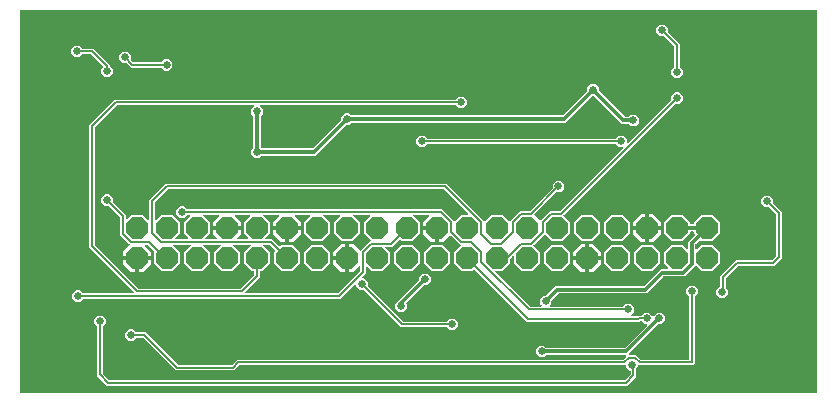
<source format=gbr>
G04 EAGLE Gerber RS-274X export*
G75*
%MOMM*%
%FSLAX34Y34*%
%LPD*%
%INBottom Copper*%
%IPPOS*%
%AMOC8*
5,1,8,0,0,1.08239X$1,22.5*%
G01*
%ADD10P,2.061953X8X202.500000*%
%ADD11C,0.152400*%
%ADD12C,0.654800*%
%ADD13C,0.304800*%

G36*
X676718Y2544D02*
X676718Y2544D01*
X676737Y2542D01*
X676839Y2564D01*
X676941Y2580D01*
X676958Y2590D01*
X676978Y2594D01*
X677067Y2647D01*
X677158Y2696D01*
X677172Y2710D01*
X677189Y2720D01*
X677256Y2799D01*
X677328Y2874D01*
X677336Y2892D01*
X677349Y2907D01*
X677388Y3003D01*
X677431Y3097D01*
X677433Y3117D01*
X677441Y3135D01*
X677459Y3302D01*
X677459Y326698D01*
X677456Y326718D01*
X677458Y326737D01*
X677436Y326839D01*
X677420Y326941D01*
X677410Y326958D01*
X677406Y326978D01*
X677353Y327067D01*
X677304Y327158D01*
X677290Y327172D01*
X677280Y327189D01*
X677201Y327256D01*
X677126Y327328D01*
X677108Y327336D01*
X677093Y327349D01*
X676997Y327388D01*
X676903Y327431D01*
X676883Y327433D01*
X676865Y327441D01*
X676698Y327459D01*
X3302Y327459D01*
X3282Y327456D01*
X3263Y327458D01*
X3161Y327436D01*
X3059Y327420D01*
X3042Y327410D01*
X3022Y327406D01*
X2933Y327353D01*
X2842Y327304D01*
X2828Y327290D01*
X2811Y327280D01*
X2744Y327201D01*
X2672Y327126D01*
X2664Y327108D01*
X2651Y327093D01*
X2612Y326997D01*
X2569Y326903D01*
X2567Y326883D01*
X2559Y326865D01*
X2541Y326698D01*
X2541Y3302D01*
X2544Y3282D01*
X2542Y3263D01*
X2564Y3161D01*
X2580Y3059D01*
X2590Y3042D01*
X2594Y3022D01*
X2647Y2933D01*
X2696Y2842D01*
X2710Y2828D01*
X2720Y2811D01*
X2799Y2744D01*
X2874Y2672D01*
X2892Y2664D01*
X2907Y2651D01*
X3003Y2612D01*
X3097Y2569D01*
X3117Y2567D01*
X3135Y2559D01*
X3302Y2541D01*
X676698Y2541D01*
X676718Y2544D01*
G37*
%LPC*%
G36*
X76523Y9143D02*
X76523Y9143D01*
X68043Y17623D01*
X68043Y58685D01*
X68029Y58775D01*
X68021Y58866D01*
X68009Y58896D01*
X68004Y58928D01*
X67961Y59008D01*
X67925Y59092D01*
X67899Y59124D01*
X67888Y59145D01*
X67865Y59167D01*
X67820Y59223D01*
X65531Y61512D01*
X65531Y65488D01*
X68342Y68299D01*
X72318Y68299D01*
X75129Y65488D01*
X75129Y61512D01*
X72840Y59223D01*
X72787Y59149D01*
X72727Y59080D01*
X72715Y59050D01*
X72696Y59024D01*
X72669Y58937D01*
X72635Y58852D01*
X72631Y58811D01*
X72624Y58788D01*
X72625Y58756D01*
X72617Y58685D01*
X72617Y19833D01*
X72631Y19742D01*
X72639Y19652D01*
X72651Y19622D01*
X72656Y19590D01*
X72699Y19509D01*
X72735Y19425D01*
X72761Y19393D01*
X72772Y19372D01*
X72795Y19350D01*
X72840Y19294D01*
X78194Y13940D01*
X78268Y13887D01*
X78338Y13827D01*
X78368Y13815D01*
X78394Y13796D01*
X78481Y13769D01*
X78566Y13735D01*
X78607Y13731D01*
X78629Y13724D01*
X78661Y13725D01*
X78733Y13717D01*
X514357Y13717D01*
X514448Y13731D01*
X514538Y13739D01*
X514568Y13751D01*
X514600Y13756D01*
X514681Y13799D01*
X514765Y13835D01*
X514797Y13861D01*
X514818Y13872D01*
X514840Y13895D01*
X514896Y13940D01*
X519460Y18504D01*
X519513Y18578D01*
X519573Y18648D01*
X519585Y18678D01*
X519604Y18704D01*
X519631Y18791D01*
X519665Y18876D01*
X519669Y18917D01*
X519676Y18939D01*
X519675Y18971D01*
X519683Y19043D01*
X519683Y21110D01*
X519680Y21130D01*
X519682Y21149D01*
X519660Y21251D01*
X519644Y21353D01*
X519634Y21370D01*
X519630Y21390D01*
X519577Y21479D01*
X519528Y21570D01*
X519514Y21584D01*
X519504Y21601D01*
X519425Y21668D01*
X519350Y21740D01*
X519332Y21748D01*
X519317Y21761D01*
X519221Y21800D01*
X519127Y21843D01*
X519107Y21845D01*
X519089Y21853D01*
X518922Y21871D01*
X518712Y21871D01*
X515901Y24682D01*
X515901Y25654D01*
X515898Y25674D01*
X515900Y25693D01*
X515878Y25795D01*
X515862Y25897D01*
X515852Y25914D01*
X515848Y25934D01*
X515795Y26023D01*
X515746Y26114D01*
X515732Y26128D01*
X515722Y26145D01*
X515643Y26212D01*
X515568Y26284D01*
X515550Y26292D01*
X515535Y26305D01*
X515439Y26344D01*
X515345Y26387D01*
X515325Y26389D01*
X515307Y26397D01*
X515140Y26415D01*
X188406Y26415D01*
X188316Y26401D01*
X188225Y26393D01*
X188195Y26381D01*
X188163Y26376D01*
X188083Y26333D01*
X187999Y26297D01*
X187967Y26271D01*
X187946Y26260D01*
X187924Y26237D01*
X187868Y26192D01*
X183801Y22125D01*
X134661Y22125D01*
X107226Y49560D01*
X107152Y49613D01*
X107082Y49673D01*
X107052Y49685D01*
X107026Y49704D01*
X106939Y49731D01*
X106854Y49765D01*
X106813Y49769D01*
X106791Y49776D01*
X106759Y49775D01*
X106687Y49783D01*
X101335Y49783D01*
X101245Y49769D01*
X101154Y49761D01*
X101124Y49749D01*
X101092Y49744D01*
X101012Y49701D01*
X100928Y49665D01*
X100896Y49639D01*
X100875Y49628D01*
X100853Y49605D01*
X100797Y49560D01*
X98508Y47271D01*
X94532Y47271D01*
X91721Y50082D01*
X91721Y54058D01*
X94532Y56869D01*
X98508Y56869D01*
X100797Y54580D01*
X100871Y54527D01*
X100940Y54467D01*
X100970Y54455D01*
X100996Y54436D01*
X101083Y54409D01*
X101168Y54375D01*
X101209Y54371D01*
X101232Y54364D01*
X101264Y54365D01*
X101335Y54357D01*
X108897Y54357D01*
X136332Y26922D01*
X136406Y26869D01*
X136476Y26809D01*
X136506Y26797D01*
X136532Y26778D01*
X136619Y26751D01*
X136704Y26717D01*
X136745Y26713D01*
X136767Y26706D01*
X136799Y26707D01*
X136871Y26699D01*
X181591Y26699D01*
X181681Y26713D01*
X181772Y26721D01*
X181802Y26733D01*
X181834Y26738D01*
X181914Y26781D01*
X181998Y26817D01*
X182030Y26843D01*
X182051Y26854D01*
X182073Y26877D01*
X182129Y26922D01*
X186196Y30989D01*
X512888Y30989D01*
X512978Y31003D01*
X513069Y31011D01*
X513099Y31023D01*
X513131Y31028D01*
X513211Y31071D01*
X513295Y31107D01*
X513327Y31133D01*
X513348Y31144D01*
X513370Y31167D01*
X513426Y31212D01*
X515966Y33752D01*
X516008Y33810D01*
X516058Y33862D01*
X516079Y33909D01*
X516110Y33951D01*
X516131Y34020D01*
X516161Y34085D01*
X516167Y34137D01*
X516182Y34187D01*
X516180Y34258D01*
X516188Y34329D01*
X516177Y34380D01*
X516176Y34432D01*
X516151Y34500D01*
X516136Y34570D01*
X516109Y34615D01*
X516091Y34663D01*
X516047Y34719D01*
X516010Y34781D01*
X515970Y34815D01*
X515938Y34855D01*
X515877Y34894D01*
X515823Y34941D01*
X515775Y34960D01*
X515731Y34988D01*
X515661Y35006D01*
X515595Y35033D01*
X515523Y35041D01*
X515492Y35049D01*
X515469Y35047D01*
X515428Y35051D01*
X448553Y35051D01*
X448463Y35037D01*
X448372Y35029D01*
X448342Y35017D01*
X448310Y35012D01*
X448230Y34969D01*
X448146Y34933D01*
X448114Y34907D01*
X448093Y34896D01*
X448071Y34873D01*
X448015Y34828D01*
X446488Y33301D01*
X442512Y33301D01*
X439701Y36112D01*
X439701Y40088D01*
X442512Y42899D01*
X446488Y42899D01*
X448015Y41372D01*
X448089Y41319D01*
X448158Y41259D01*
X448188Y41247D01*
X448214Y41228D01*
X448301Y41201D01*
X448386Y41167D01*
X448427Y41163D01*
X448450Y41156D01*
X448482Y41157D01*
X448553Y41149D01*
X514042Y41149D01*
X514132Y41163D01*
X514223Y41171D01*
X514253Y41183D01*
X514285Y41188D01*
X514365Y41231D01*
X514449Y41267D01*
X514481Y41293D01*
X514502Y41304D01*
X514524Y41327D01*
X514580Y41372D01*
X533150Y59942D01*
X533192Y60000D01*
X533241Y60052D01*
X533263Y60099D01*
X533294Y60141D01*
X533315Y60210D01*
X533345Y60275D01*
X533351Y60327D01*
X533366Y60377D01*
X533364Y60448D01*
X533372Y60519D01*
X533361Y60570D01*
X533360Y60622D01*
X533335Y60690D01*
X533320Y60760D01*
X533293Y60805D01*
X533275Y60853D01*
X533230Y60909D01*
X533194Y60971D01*
X533154Y61005D01*
X533122Y61045D01*
X533061Y61084D01*
X533007Y61131D01*
X532958Y61150D01*
X532915Y61178D01*
X532845Y61196D01*
X532779Y61223D01*
X532707Y61231D01*
X532676Y61239D01*
X532653Y61237D01*
X532612Y61241D01*
X531412Y61241D01*
X529123Y63530D01*
X529049Y63583D01*
X528980Y63643D01*
X528950Y63655D01*
X528924Y63674D01*
X528837Y63701D01*
X528752Y63735D01*
X528711Y63739D01*
X528688Y63746D01*
X528656Y63745D01*
X528585Y63753D01*
X527946Y63753D01*
X527855Y63739D01*
X527765Y63731D01*
X527735Y63719D01*
X527703Y63714D01*
X527622Y63671D01*
X527538Y63635D01*
X527506Y63609D01*
X527485Y63598D01*
X527463Y63575D01*
X527407Y63530D01*
X527150Y63273D01*
X431793Y63273D01*
X387735Y107331D01*
X387719Y107343D01*
X387706Y107359D01*
X387619Y107415D01*
X387535Y107475D01*
X387516Y107481D01*
X387499Y107492D01*
X387399Y107517D01*
X387300Y107547D01*
X387280Y107547D01*
X387261Y107552D01*
X387158Y107544D01*
X387054Y107541D01*
X387035Y107534D01*
X387015Y107533D01*
X386921Y107492D01*
X386823Y107457D01*
X386807Y107444D01*
X386789Y107436D01*
X386658Y107331D01*
X385577Y106250D01*
X376423Y106250D01*
X369950Y112723D01*
X369950Y121877D01*
X375380Y127306D01*
X375391Y127323D01*
X375407Y127335D01*
X375463Y127422D01*
X375523Y127506D01*
X375529Y127525D01*
X375540Y127542D01*
X375565Y127642D01*
X375596Y127741D01*
X375595Y127761D01*
X375600Y127780D01*
X375592Y127883D01*
X375589Y127987D01*
X375582Y128006D01*
X375581Y128026D01*
X375541Y128121D01*
X375505Y128218D01*
X375492Y128234D01*
X375485Y128252D01*
X375380Y128383D01*
X367401Y136361D01*
X367385Y136373D01*
X367373Y136389D01*
X367286Y136445D01*
X367202Y136505D01*
X367183Y136511D01*
X367166Y136522D01*
X367065Y136547D01*
X366967Y136577D01*
X366947Y136577D01*
X366927Y136582D01*
X366824Y136574D01*
X366721Y136571D01*
X366702Y136564D01*
X366682Y136562D01*
X366587Y136522D01*
X366490Y136486D01*
X366474Y136474D01*
X366456Y136466D01*
X366325Y136361D01*
X360598Y130634D01*
X357123Y130634D01*
X357123Y141938D01*
X357120Y141958D01*
X357122Y141977D01*
X357100Y142079D01*
X357083Y142181D01*
X357074Y142198D01*
X357070Y142218D01*
X357017Y142307D01*
X356968Y142398D01*
X356954Y142412D01*
X356944Y142429D01*
X356865Y142496D01*
X356790Y142567D01*
X356772Y142576D01*
X356757Y142589D01*
X356661Y142627D01*
X356567Y142671D01*
X356547Y142673D01*
X356529Y142681D01*
X356362Y142699D01*
X355599Y142699D01*
X355599Y143462D01*
X355596Y143482D01*
X355598Y143501D01*
X355576Y143603D01*
X355559Y143705D01*
X355550Y143722D01*
X355546Y143742D01*
X355493Y143831D01*
X355444Y143922D01*
X355430Y143936D01*
X355420Y143953D01*
X355341Y144020D01*
X355266Y144091D01*
X355248Y144100D01*
X355233Y144113D01*
X355137Y144152D01*
X355043Y144195D01*
X355023Y144197D01*
X355005Y144205D01*
X354838Y144223D01*
X343534Y144223D01*
X343534Y147698D01*
X348460Y152624D01*
X348502Y152682D01*
X348551Y152734D01*
X348573Y152781D01*
X348604Y152823D01*
X348625Y152892D01*
X348655Y152957D01*
X348661Y153009D01*
X348676Y153059D01*
X348674Y153130D01*
X348682Y153201D01*
X348671Y153252D01*
X348670Y153304D01*
X348645Y153372D01*
X348630Y153442D01*
X348603Y153487D01*
X348585Y153535D01*
X348540Y153591D01*
X348504Y153653D01*
X348464Y153687D01*
X348432Y153727D01*
X348371Y153766D01*
X348317Y153813D01*
X348268Y153832D01*
X348225Y153860D01*
X348155Y153878D01*
X348089Y153905D01*
X348017Y153913D01*
X347986Y153921D01*
X347963Y153919D01*
X347922Y153923D01*
X336441Y153923D01*
X336370Y153912D01*
X336299Y153910D01*
X336250Y153892D01*
X336198Y153884D01*
X336135Y153850D01*
X336068Y153825D01*
X336027Y153793D01*
X335981Y153768D01*
X335932Y153716D01*
X335876Y153672D01*
X335848Y153628D01*
X335812Y153590D01*
X335782Y153525D01*
X335743Y153465D01*
X335730Y153414D01*
X335708Y153367D01*
X335700Y153296D01*
X335683Y153226D01*
X335687Y153174D01*
X335681Y153123D01*
X335696Y153052D01*
X335702Y152981D01*
X335722Y152933D01*
X335733Y152882D01*
X335770Y152821D01*
X335798Y152755D01*
X335843Y152699D01*
X335859Y152671D01*
X335877Y152656D01*
X335903Y152624D01*
X341250Y147277D01*
X341250Y138123D01*
X334777Y131650D01*
X325623Y131650D01*
X324542Y132731D01*
X324526Y132743D01*
X324513Y132759D01*
X324426Y132815D01*
X324342Y132875D01*
X324323Y132881D01*
X324306Y132892D01*
X324206Y132917D01*
X324107Y132947D01*
X324087Y132947D01*
X324068Y132952D01*
X323965Y132944D01*
X323861Y132941D01*
X323842Y132934D01*
X323823Y132933D01*
X323728Y132892D01*
X323630Y132857D01*
X323615Y132844D01*
X323596Y132836D01*
X323465Y132731D01*
X317558Y126824D01*
X312740Y126824D01*
X312669Y126813D01*
X312598Y126811D01*
X312549Y126793D01*
X312497Y126785D01*
X312434Y126751D01*
X312367Y126726D01*
X312326Y126694D01*
X312280Y126669D01*
X312231Y126617D01*
X312175Y126573D01*
X312147Y126529D01*
X312111Y126491D01*
X312081Y126426D01*
X312042Y126366D01*
X312029Y126315D01*
X312007Y126268D01*
X311999Y126197D01*
X311982Y126127D01*
X311986Y126075D01*
X311980Y126024D01*
X311995Y125953D01*
X312001Y125882D01*
X312021Y125834D01*
X312032Y125783D01*
X312069Y125722D01*
X312097Y125656D01*
X312142Y125600D01*
X312158Y125572D01*
X312176Y125557D01*
X312202Y125525D01*
X315850Y121877D01*
X315850Y112723D01*
X309377Y106250D01*
X300223Y106250D01*
X296575Y109898D01*
X296517Y109940D01*
X296465Y109989D01*
X296418Y110011D01*
X296376Y110042D01*
X296307Y110063D01*
X296242Y110093D01*
X296190Y110099D01*
X296140Y110114D01*
X296069Y110112D01*
X295998Y110120D01*
X295947Y110109D01*
X295895Y110108D01*
X295827Y110083D01*
X295757Y110068D01*
X295712Y110041D01*
X295664Y110023D01*
X295608Y109978D01*
X295546Y109942D01*
X295512Y109902D01*
X295472Y109869D01*
X295433Y109809D01*
X295386Y109755D01*
X295367Y109706D01*
X295339Y109663D01*
X295321Y109593D01*
X295294Y109527D01*
X295286Y109455D01*
X295278Y109424D01*
X295280Y109401D01*
X295276Y109360D01*
X295276Y104542D01*
X293713Y102979D01*
X292082Y101348D01*
X292040Y101290D01*
X291991Y101238D01*
X291969Y101191D01*
X291939Y101149D01*
X291918Y101080D01*
X291887Y101015D01*
X291882Y100963D01*
X291866Y100913D01*
X291868Y100842D01*
X291860Y100771D01*
X291871Y100720D01*
X291873Y100668D01*
X291897Y100600D01*
X291912Y100530D01*
X291939Y100485D01*
X291957Y100437D01*
X292002Y100381D01*
X292039Y100319D01*
X292078Y100285D01*
X292111Y100245D01*
X292171Y100206D01*
X292226Y100159D01*
X292274Y100140D01*
X292318Y100112D01*
X292387Y100094D01*
X292454Y100067D01*
X292525Y100059D01*
X292556Y100051D01*
X292580Y100053D01*
X292620Y100049D01*
X294088Y100049D01*
X296899Y97238D01*
X296899Y94001D01*
X296913Y93910D01*
X296921Y93820D01*
X296933Y93790D01*
X296938Y93758D01*
X296981Y93677D01*
X297017Y93593D01*
X297043Y93561D01*
X297054Y93540D01*
X297077Y93518D01*
X297122Y93462D01*
X315511Y75073D01*
X315511Y75069D01*
X315519Y74978D01*
X315531Y74949D01*
X315536Y74917D01*
X315579Y74836D01*
X315615Y74752D01*
X315641Y74720D01*
X315652Y74699D01*
X315675Y74677D01*
X315720Y74621D01*
X326871Y63470D01*
X326945Y63417D01*
X327015Y63357D01*
X327045Y63345D01*
X327071Y63326D01*
X327158Y63299D01*
X327243Y63265D01*
X327284Y63261D01*
X327306Y63254D01*
X327338Y63255D01*
X327409Y63247D01*
X363485Y63247D01*
X363575Y63261D01*
X363666Y63269D01*
X363696Y63281D01*
X363728Y63286D01*
X363808Y63329D01*
X363892Y63365D01*
X363924Y63391D01*
X363945Y63402D01*
X363967Y63425D01*
X364023Y63470D01*
X366312Y65759D01*
X370288Y65759D01*
X373099Y62948D01*
X373099Y58972D01*
X370288Y56161D01*
X366312Y56161D01*
X364023Y58450D01*
X363949Y58503D01*
X363880Y58563D01*
X363850Y58575D01*
X363824Y58594D01*
X363737Y58621D01*
X363652Y58655D01*
X363611Y58659D01*
X363588Y58666D01*
X363556Y58665D01*
X363485Y58673D01*
X325200Y58673D01*
X310909Y72964D01*
X310909Y72968D01*
X310901Y73058D01*
X310889Y73088D01*
X310884Y73120D01*
X310841Y73201D01*
X310805Y73285D01*
X310779Y73317D01*
X310768Y73338D01*
X310745Y73360D01*
X310700Y73416D01*
X293888Y90228D01*
X293814Y90281D01*
X293744Y90341D01*
X293714Y90353D01*
X293688Y90372D01*
X293601Y90399D01*
X293516Y90433D01*
X293475Y90437D01*
X293453Y90444D01*
X293421Y90443D01*
X293349Y90451D01*
X290112Y90451D01*
X287301Y93262D01*
X287301Y94730D01*
X287290Y94800D01*
X287288Y94872D01*
X287270Y94921D01*
X287262Y94972D01*
X287228Y95036D01*
X287203Y95103D01*
X287171Y95144D01*
X287146Y95190D01*
X287094Y95239D01*
X287050Y95295D01*
X287006Y95323D01*
X286968Y95359D01*
X286903Y95389D01*
X286843Y95428D01*
X286792Y95441D01*
X286745Y95463D01*
X286674Y95471D01*
X286604Y95488D01*
X286552Y95484D01*
X286501Y95490D01*
X286430Y95475D01*
X286359Y95469D01*
X286311Y95449D01*
X286260Y95438D01*
X286199Y95401D01*
X286133Y95373D01*
X286077Y95328D01*
X286049Y95311D01*
X286034Y95294D01*
X286002Y95268D01*
X273537Y82803D01*
X56405Y82803D01*
X56315Y82789D01*
X56224Y82781D01*
X56194Y82769D01*
X56162Y82764D01*
X56082Y82721D01*
X55998Y82685D01*
X55966Y82659D01*
X55945Y82648D01*
X55923Y82625D01*
X55867Y82580D01*
X53578Y80291D01*
X49602Y80291D01*
X46791Y83102D01*
X46791Y87078D01*
X49602Y89889D01*
X53578Y89889D01*
X55867Y87600D01*
X55941Y87547D01*
X56010Y87487D01*
X56040Y87475D01*
X56066Y87456D01*
X56153Y87429D01*
X56238Y87395D01*
X56279Y87391D01*
X56302Y87384D01*
X56334Y87385D01*
X56405Y87377D01*
X98052Y87377D01*
X98122Y87388D01*
X98194Y87390D01*
X98243Y87408D01*
X98294Y87416D01*
X98358Y87450D01*
X98425Y87475D01*
X98466Y87507D01*
X98512Y87532D01*
X98561Y87583D01*
X98617Y87628D01*
X98645Y87672D01*
X98681Y87710D01*
X98711Y87775D01*
X98750Y87835D01*
X98763Y87886D01*
X98785Y87933D01*
X98793Y88004D01*
X98810Y88074D01*
X98806Y88126D01*
X98812Y88177D01*
X98797Y88248D01*
X98791Y88319D01*
X98771Y88367D01*
X98760Y88418D01*
X98723Y88479D01*
X98695Y88545D01*
X98650Y88601D01*
X98633Y88629D01*
X98616Y88644D01*
X98590Y88676D01*
X62776Y124490D01*
X61213Y126053D01*
X61213Y229547D01*
X82873Y251207D01*
X371105Y251207D01*
X371195Y251221D01*
X371286Y251229D01*
X371316Y251241D01*
X371348Y251246D01*
X371428Y251289D01*
X371512Y251325D01*
X371544Y251351D01*
X371565Y251362D01*
X371587Y251385D01*
X371643Y251430D01*
X373932Y253719D01*
X377908Y253719D01*
X380719Y250908D01*
X380719Y246932D01*
X377908Y244121D01*
X373932Y244121D01*
X371643Y246410D01*
X371569Y246463D01*
X371500Y246523D01*
X371470Y246535D01*
X371444Y246554D01*
X371357Y246581D01*
X371272Y246615D01*
X371231Y246619D01*
X371208Y246626D01*
X371176Y246625D01*
X371105Y246633D01*
X206491Y246633D01*
X206420Y246622D01*
X206349Y246620D01*
X206300Y246602D01*
X206248Y246594D01*
X206185Y246560D01*
X206118Y246535D01*
X206077Y246503D01*
X206031Y246478D01*
X205981Y246426D01*
X205925Y246382D01*
X205897Y246338D01*
X205861Y246300D01*
X205831Y246235D01*
X205792Y246175D01*
X205780Y246124D01*
X205758Y246077D01*
X205750Y246006D01*
X205732Y245936D01*
X205736Y245884D01*
X205731Y245833D01*
X205746Y245762D01*
X205752Y245691D01*
X205772Y245643D01*
X205783Y245592D01*
X205820Y245531D01*
X205848Y245465D01*
X205893Y245409D01*
X205909Y245381D01*
X205927Y245366D01*
X205953Y245334D01*
X207999Y243288D01*
X207999Y239312D01*
X206472Y237785D01*
X206419Y237711D01*
X206359Y237642D01*
X206347Y237612D01*
X206328Y237586D01*
X206301Y237499D01*
X206267Y237414D01*
X206263Y237373D01*
X206256Y237350D01*
X206257Y237318D01*
X206249Y237247D01*
X206249Y211063D01*
X206263Y210973D01*
X206271Y210882D01*
X206283Y210852D01*
X206288Y210820D01*
X206331Y210740D01*
X206367Y210656D01*
X206393Y210624D01*
X206404Y210603D01*
X206427Y210581D01*
X206472Y210525D01*
X206715Y210282D01*
X206789Y210229D01*
X206858Y210169D01*
X206888Y210157D01*
X206914Y210138D01*
X207002Y210111D01*
X207086Y210077D01*
X207127Y210073D01*
X207149Y210066D01*
X207182Y210067D01*
X207253Y210059D01*
X249882Y210059D01*
X249972Y210073D01*
X250063Y210081D01*
X250093Y210093D01*
X250125Y210098D01*
X250205Y210141D01*
X250289Y210177D01*
X250321Y210203D01*
X250342Y210214D01*
X250364Y210237D01*
X250420Y210282D01*
X274378Y234240D01*
X274431Y234314D01*
X274491Y234383D01*
X274503Y234413D01*
X274522Y234440D01*
X274549Y234527D01*
X274583Y234611D01*
X274587Y234652D01*
X274594Y234675D01*
X274593Y234707D01*
X274601Y234778D01*
X274601Y236938D01*
X277412Y239749D01*
X281388Y239749D01*
X282915Y238222D01*
X282989Y238169D01*
X283058Y238109D01*
X283088Y238097D01*
X283114Y238078D01*
X283201Y238051D01*
X283286Y238017D01*
X283327Y238013D01*
X283350Y238006D01*
X283382Y238007D01*
X283453Y237999D01*
X461492Y237999D01*
X461582Y238013D01*
X461673Y238021D01*
X461703Y238033D01*
X461735Y238038D01*
X461815Y238081D01*
X461899Y238117D01*
X461931Y238143D01*
X461952Y238154D01*
X461974Y238177D01*
X462030Y238222D01*
X482658Y258850D01*
X482711Y258924D01*
X482771Y258993D01*
X482783Y259023D01*
X482802Y259050D01*
X482829Y259137D01*
X482863Y259221D01*
X482867Y259262D01*
X482874Y259285D01*
X482873Y259317D01*
X482881Y259388D01*
X482881Y261548D01*
X485692Y264359D01*
X489668Y264359D01*
X492479Y261548D01*
X492479Y259388D01*
X492493Y259298D01*
X492501Y259207D01*
X492513Y259177D01*
X492518Y259145D01*
X492561Y259065D01*
X492597Y258981D01*
X492623Y258949D01*
X492634Y258928D01*
X492657Y258906D01*
X492702Y258850D01*
X514478Y237073D01*
X514552Y237020D01*
X514622Y236961D01*
X514652Y236949D01*
X514678Y236930D01*
X514765Y236903D01*
X514850Y236869D01*
X514891Y236864D01*
X514913Y236857D01*
X514945Y236858D01*
X515017Y236850D01*
X517795Y236850D01*
X517886Y236865D01*
X517976Y236872D01*
X518006Y236885D01*
X518038Y236890D01*
X518119Y236933D01*
X518203Y236968D01*
X518235Y236994D01*
X518256Y237005D01*
X518278Y237028D01*
X518334Y237073D01*
X519861Y238600D01*
X523836Y238600D01*
X526647Y235789D01*
X526647Y231814D01*
X523836Y229003D01*
X519861Y229003D01*
X518334Y230530D01*
X518260Y230583D01*
X518190Y230642D01*
X518160Y230655D01*
X518134Y230673D01*
X518047Y230700D01*
X517962Y230734D01*
X517921Y230739D01*
X517899Y230746D01*
X517867Y230745D01*
X517795Y230753D01*
X512176Y230753D01*
X488390Y254538D01*
X488316Y254591D01*
X488247Y254651D01*
X488217Y254663D01*
X488190Y254682D01*
X488103Y254709D01*
X488019Y254743D01*
X487978Y254747D01*
X487955Y254754D01*
X487923Y254753D01*
X487852Y254761D01*
X487508Y254761D01*
X487418Y254747D01*
X487327Y254739D01*
X487297Y254727D01*
X487265Y254722D01*
X487185Y254679D01*
X487101Y254643D01*
X487069Y254617D01*
X487048Y254606D01*
X487026Y254583D01*
X486970Y254538D01*
X464333Y231901D01*
X283453Y231901D01*
X283363Y231887D01*
X283272Y231879D01*
X283242Y231867D01*
X283210Y231862D01*
X283130Y231819D01*
X283046Y231783D01*
X283013Y231757D01*
X282993Y231746D01*
X282971Y231723D01*
X282915Y231678D01*
X281388Y230151D01*
X279228Y230151D01*
X279138Y230137D01*
X279047Y230129D01*
X279017Y230117D01*
X278985Y230112D01*
X278905Y230069D01*
X278821Y230033D01*
X278789Y230007D01*
X278768Y229996D01*
X278746Y229973D01*
X278690Y229928D01*
X252723Y203961D01*
X207253Y203961D01*
X207163Y203947D01*
X207072Y203939D01*
X207042Y203927D01*
X207010Y203922D01*
X206930Y203879D01*
X206846Y203843D01*
X206813Y203817D01*
X206793Y203806D01*
X206771Y203783D01*
X206715Y203738D01*
X205188Y202211D01*
X201212Y202211D01*
X198401Y205022D01*
X198401Y208998D01*
X199928Y210525D01*
X199981Y210599D01*
X200041Y210668D01*
X200053Y210698D01*
X200072Y210724D01*
X200099Y210811D01*
X200133Y210896D01*
X200137Y210937D01*
X200144Y210960D01*
X200143Y210992D01*
X200151Y211063D01*
X200151Y237247D01*
X200137Y237337D01*
X200129Y237428D01*
X200117Y237458D01*
X200112Y237490D01*
X200069Y237570D01*
X200033Y237654D01*
X200007Y237686D01*
X199996Y237707D01*
X199973Y237729D01*
X199928Y237785D01*
X198401Y239312D01*
X198401Y243288D01*
X200447Y245334D01*
X200489Y245392D01*
X200539Y245444D01*
X200560Y245491D01*
X200591Y245533D01*
X200612Y245602D01*
X200642Y245667D01*
X200648Y245719D01*
X200663Y245769D01*
X200661Y245840D01*
X200669Y245911D01*
X200658Y245962D01*
X200657Y246014D01*
X200632Y246082D01*
X200617Y246152D01*
X200590Y246197D01*
X200572Y246245D01*
X200528Y246301D01*
X200491Y246363D01*
X200451Y246397D01*
X200419Y246437D01*
X200358Y246476D01*
X200304Y246523D01*
X200256Y246542D01*
X200212Y246570D01*
X200142Y246588D01*
X200076Y246615D01*
X200004Y246623D01*
X199973Y246631D01*
X199950Y246629D01*
X199909Y246633D01*
X85083Y246633D01*
X84992Y246619D01*
X84902Y246611D01*
X84872Y246599D01*
X84840Y246594D01*
X84759Y246551D01*
X84675Y246515D01*
X84643Y246489D01*
X84622Y246478D01*
X84600Y246455D01*
X84544Y246410D01*
X66010Y227876D01*
X65957Y227802D01*
X65897Y227732D01*
X65885Y227702D01*
X65866Y227676D01*
X65839Y227589D01*
X65805Y227504D01*
X65801Y227463D01*
X65794Y227441D01*
X65795Y227409D01*
X65787Y227337D01*
X65787Y128262D01*
X65801Y128172D01*
X65809Y128081D01*
X65821Y128052D01*
X65826Y128020D01*
X65869Y127939D01*
X65905Y127855D01*
X65931Y127823D01*
X65942Y127802D01*
X65965Y127780D01*
X66010Y127724D01*
X102324Y91410D01*
X102398Y91357D01*
X102468Y91297D01*
X102498Y91285D01*
X102524Y91266D01*
X102611Y91239D01*
X102696Y91205D01*
X102737Y91201D01*
X102759Y91194D01*
X102791Y91195D01*
X102862Y91187D01*
X189237Y91187D01*
X189328Y91201D01*
X189418Y91209D01*
X189448Y91221D01*
X189480Y91226D01*
X189561Y91269D01*
X189645Y91305D01*
X189677Y91331D01*
X189698Y91342D01*
X189720Y91365D01*
X189776Y91410D01*
X200690Y102324D01*
X200743Y102398D01*
X200803Y102468D01*
X200815Y102498D01*
X200834Y102524D01*
X200861Y102611D01*
X200895Y102696D01*
X200899Y102737D01*
X200906Y102759D01*
X200905Y102791D01*
X200913Y102863D01*
X200913Y105489D01*
X200910Y105509D01*
X200912Y105528D01*
X200890Y105630D01*
X200874Y105732D01*
X200864Y105749D01*
X200860Y105769D01*
X200807Y105858D01*
X200758Y105949D01*
X200744Y105963D01*
X200734Y105980D01*
X200655Y106047D01*
X200580Y106119D01*
X200562Y106127D01*
X200547Y106140D01*
X200451Y106179D01*
X200357Y106222D01*
X200337Y106224D01*
X200319Y106232D01*
X200152Y106250D01*
X198623Y106250D01*
X192150Y112723D01*
X192150Y121877D01*
X197576Y127303D01*
X197618Y127361D01*
X197667Y127413D01*
X197689Y127460D01*
X197720Y127502D01*
X197741Y127571D01*
X197771Y127636D01*
X197777Y127688D01*
X197792Y127738D01*
X197790Y127809D01*
X197798Y127880D01*
X197787Y127931D01*
X197786Y127983D01*
X197761Y128051D01*
X197746Y128121D01*
X197719Y128165D01*
X197701Y128214D01*
X197656Y128270D01*
X197620Y128332D01*
X197580Y128366D01*
X197547Y128406D01*
X197487Y128445D01*
X197433Y128492D01*
X197384Y128511D01*
X197341Y128539D01*
X197271Y128557D01*
X197205Y128584D01*
X197133Y128592D01*
X197102Y128600D01*
X197079Y128598D01*
X197038Y128602D01*
X183962Y128602D01*
X183891Y128591D01*
X183820Y128589D01*
X183771Y128571D01*
X183719Y128563D01*
X183656Y128529D01*
X183589Y128504D01*
X183548Y128472D01*
X183502Y128447D01*
X183453Y128395D01*
X183397Y128351D01*
X183369Y128307D01*
X183333Y128269D01*
X183303Y128204D01*
X183264Y128144D01*
X183251Y128093D01*
X183229Y128046D01*
X183221Y127975D01*
X183204Y127905D01*
X183208Y127853D01*
X183202Y127802D01*
X183217Y127731D01*
X183223Y127660D01*
X183243Y127612D01*
X183254Y127561D01*
X183291Y127500D01*
X183319Y127434D01*
X183364Y127378D01*
X183380Y127350D01*
X183398Y127335D01*
X183424Y127303D01*
X188850Y121877D01*
X188850Y112723D01*
X182377Y106250D01*
X173223Y106250D01*
X166750Y112723D01*
X166750Y121877D01*
X172176Y127303D01*
X172218Y127361D01*
X172267Y127413D01*
X172289Y127460D01*
X172320Y127502D01*
X172341Y127571D01*
X172371Y127636D01*
X172377Y127688D01*
X172392Y127738D01*
X172390Y127809D01*
X172398Y127880D01*
X172387Y127931D01*
X172386Y127983D01*
X172361Y128051D01*
X172346Y128121D01*
X172319Y128165D01*
X172301Y128214D01*
X172256Y128270D01*
X172220Y128332D01*
X172180Y128366D01*
X172147Y128406D01*
X172087Y128445D01*
X172033Y128492D01*
X171984Y128511D01*
X171941Y128539D01*
X171871Y128557D01*
X171805Y128584D01*
X171733Y128592D01*
X171702Y128600D01*
X171679Y128598D01*
X171638Y128602D01*
X158562Y128602D01*
X158491Y128591D01*
X158420Y128589D01*
X158371Y128571D01*
X158319Y128563D01*
X158256Y128529D01*
X158189Y128504D01*
X158148Y128472D01*
X158102Y128447D01*
X158053Y128395D01*
X157997Y128351D01*
X157969Y128307D01*
X157933Y128269D01*
X157903Y128204D01*
X157864Y128144D01*
X157851Y128093D01*
X157829Y128046D01*
X157821Y127975D01*
X157804Y127905D01*
X157808Y127853D01*
X157802Y127802D01*
X157817Y127731D01*
X157823Y127660D01*
X157843Y127612D01*
X157854Y127561D01*
X157891Y127500D01*
X157919Y127434D01*
X157964Y127378D01*
X157980Y127350D01*
X157998Y127335D01*
X158024Y127303D01*
X163450Y121877D01*
X163450Y112723D01*
X156977Y106250D01*
X147823Y106250D01*
X141350Y112723D01*
X141350Y121877D01*
X146776Y127303D01*
X146818Y127361D01*
X146867Y127413D01*
X146889Y127460D01*
X146920Y127502D01*
X146941Y127571D01*
X146971Y127636D01*
X146977Y127688D01*
X146992Y127738D01*
X146990Y127809D01*
X146998Y127880D01*
X146987Y127931D01*
X146986Y127983D01*
X146961Y128051D01*
X146946Y128121D01*
X146919Y128165D01*
X146901Y128214D01*
X146856Y128270D01*
X146820Y128332D01*
X146780Y128366D01*
X146747Y128406D01*
X146687Y128445D01*
X146633Y128492D01*
X146584Y128511D01*
X146541Y128539D01*
X146471Y128557D01*
X146405Y128584D01*
X146333Y128592D01*
X146302Y128600D01*
X146279Y128598D01*
X146238Y128602D01*
X133162Y128602D01*
X133091Y128591D01*
X133020Y128589D01*
X132971Y128571D01*
X132919Y128563D01*
X132856Y128529D01*
X132789Y128504D01*
X132748Y128472D01*
X132702Y128447D01*
X132653Y128395D01*
X132597Y128351D01*
X132569Y128307D01*
X132533Y128269D01*
X132503Y128204D01*
X132464Y128144D01*
X132451Y128093D01*
X132429Y128046D01*
X132421Y127975D01*
X132404Y127905D01*
X132408Y127853D01*
X132402Y127802D01*
X132417Y127731D01*
X132423Y127660D01*
X132443Y127612D01*
X132454Y127561D01*
X132491Y127500D01*
X132519Y127434D01*
X132564Y127378D01*
X132580Y127350D01*
X132598Y127335D01*
X132624Y127303D01*
X138050Y121877D01*
X138050Y112723D01*
X131577Y106250D01*
X122423Y106250D01*
X115950Y112723D01*
X115950Y121877D01*
X116166Y122093D01*
X116178Y122109D01*
X116194Y122122D01*
X116250Y122209D01*
X116310Y122293D01*
X116316Y122312D01*
X116327Y122329D01*
X116352Y122429D01*
X116382Y122528D01*
X116382Y122548D01*
X116387Y122567D01*
X116379Y122670D01*
X116376Y122774D01*
X116369Y122793D01*
X116368Y122812D01*
X116327Y122907D01*
X116292Y123005D01*
X116279Y123020D01*
X116271Y123039D01*
X116166Y123170D01*
X110957Y128379D01*
X110883Y128432D01*
X110813Y128492D01*
X110783Y128504D01*
X110757Y128523D01*
X110670Y128550D01*
X110585Y128584D01*
X110544Y128588D01*
X110522Y128595D01*
X110490Y128594D01*
X110418Y128602D01*
X109199Y128602D01*
X109128Y128591D01*
X109057Y128589D01*
X109008Y128571D01*
X108956Y128563D01*
X108893Y128529D01*
X108826Y128504D01*
X108785Y128472D01*
X108739Y128447D01*
X108690Y128395D01*
X108634Y128351D01*
X108605Y128307D01*
X108570Y128269D01*
X108539Y128204D01*
X108501Y128144D01*
X108488Y128093D01*
X108466Y128046D01*
X108458Y127975D01*
X108441Y127905D01*
X108445Y127853D01*
X108439Y127802D01*
X108454Y127731D01*
X108460Y127660D01*
X108480Y127612D01*
X108491Y127561D01*
X108528Y127500D01*
X108556Y127434D01*
X108601Y127378D01*
X108617Y127350D01*
X108635Y127335D01*
X108661Y127303D01*
X113666Y122298D01*
X113666Y118823D01*
X102362Y118823D01*
X102342Y118820D01*
X102323Y118822D01*
X102221Y118800D01*
X102119Y118783D01*
X102102Y118774D01*
X102082Y118770D01*
X101993Y118717D01*
X101902Y118668D01*
X101888Y118654D01*
X101871Y118644D01*
X101804Y118565D01*
X101733Y118490D01*
X101724Y118472D01*
X101711Y118457D01*
X101673Y118361D01*
X101629Y118267D01*
X101627Y118247D01*
X101619Y118229D01*
X101601Y118062D01*
X101601Y117299D01*
X101599Y117299D01*
X101599Y118062D01*
X101596Y118082D01*
X101598Y118101D01*
X101576Y118203D01*
X101559Y118305D01*
X101550Y118322D01*
X101546Y118342D01*
X101493Y118431D01*
X101444Y118522D01*
X101430Y118536D01*
X101420Y118553D01*
X101341Y118620D01*
X101266Y118691D01*
X101248Y118700D01*
X101233Y118713D01*
X101137Y118752D01*
X101043Y118795D01*
X101023Y118797D01*
X101005Y118805D01*
X100838Y118823D01*
X89534Y118823D01*
X89534Y122298D01*
X95261Y128025D01*
X95273Y128041D01*
X95289Y128053D01*
X95345Y128141D01*
X95405Y128225D01*
X95411Y128244D01*
X95422Y128260D01*
X95447Y128361D01*
X95477Y128460D01*
X95477Y128480D01*
X95482Y128499D01*
X95474Y128602D01*
X95471Y128706D01*
X95464Y128724D01*
X95462Y128744D01*
X95422Y128839D01*
X95386Y128937D01*
X95374Y128952D01*
X95366Y128970D01*
X95261Y129101D01*
X94198Y130165D01*
X87502Y136860D01*
X87502Y151518D01*
X87488Y151609D01*
X87480Y151699D01*
X87468Y151729D01*
X87463Y151761D01*
X87420Y151842D01*
X87384Y151926D01*
X87358Y151958D01*
X87347Y151979D01*
X87324Y152001D01*
X87279Y152057D01*
X77988Y161348D01*
X77914Y161401D01*
X77844Y161461D01*
X77814Y161473D01*
X77788Y161492D01*
X77701Y161519D01*
X77616Y161553D01*
X77575Y161557D01*
X77553Y161564D01*
X77521Y161563D01*
X77449Y161571D01*
X74212Y161571D01*
X71401Y164382D01*
X71401Y168358D01*
X74212Y171169D01*
X78188Y171169D01*
X80999Y168358D01*
X80999Y165121D01*
X81013Y165030D01*
X81021Y164940D01*
X81033Y164910D01*
X81038Y164878D01*
X81081Y164797D01*
X81117Y164713D01*
X81143Y164681D01*
X81154Y164660D01*
X81177Y164638D01*
X81222Y164582D01*
X92076Y153728D01*
X92076Y150640D01*
X92087Y150569D01*
X92089Y150498D01*
X92107Y150449D01*
X92115Y150397D01*
X92149Y150334D01*
X92174Y150267D01*
X92206Y150226D01*
X92231Y150180D01*
X92283Y150131D01*
X92327Y150075D01*
X92371Y150047D01*
X92409Y150011D01*
X92474Y149981D01*
X92534Y149942D01*
X92585Y149929D01*
X92632Y149907D01*
X92703Y149899D01*
X92773Y149882D01*
X92825Y149886D01*
X92876Y149880D01*
X92947Y149895D01*
X93018Y149901D01*
X93066Y149921D01*
X93117Y149932D01*
X93178Y149969D01*
X93244Y149997D01*
X93300Y150042D01*
X93328Y150058D01*
X93343Y150076D01*
X93375Y150102D01*
X97023Y153750D01*
X106177Y153750D01*
X110714Y149213D01*
X110772Y149171D01*
X110824Y149122D01*
X110871Y149100D01*
X110913Y149069D01*
X110982Y149048D01*
X111047Y149018D01*
X111099Y149012D01*
X111149Y148997D01*
X111220Y148999D01*
X111291Y148991D01*
X111342Y149002D01*
X111394Y149003D01*
X111462Y149028D01*
X111532Y149043D01*
X111577Y149070D01*
X111625Y149088D01*
X111681Y149133D01*
X111743Y149169D01*
X111777Y149209D01*
X111817Y149242D01*
X111856Y149302D01*
X111903Y149356D01*
X111922Y149405D01*
X111950Y149448D01*
X111968Y149518D01*
X111995Y149584D01*
X112003Y149656D01*
X112011Y149687D01*
X112009Y149710D01*
X112013Y149751D01*
X112013Y166047D01*
X113576Y167610D01*
X126053Y180087D01*
X363551Y180087D01*
X393535Y150102D01*
X395317Y148320D01*
X395333Y148309D01*
X395346Y148293D01*
X395433Y148237D01*
X395517Y148177D01*
X395536Y148171D01*
X395553Y148160D01*
X395653Y148135D01*
X395752Y148104D01*
X395772Y148105D01*
X395791Y148100D01*
X395894Y148108D01*
X395998Y148111D01*
X396017Y148118D01*
X396036Y148119D01*
X396131Y148159D01*
X396229Y148195D01*
X396244Y148208D01*
X396263Y148215D01*
X396394Y148320D01*
X401823Y153750D01*
X410977Y153750D01*
X416406Y148320D01*
X416423Y148309D01*
X416435Y148293D01*
X416522Y148237D01*
X416606Y148177D01*
X416625Y148171D01*
X416642Y148160D01*
X416742Y148135D01*
X416841Y148104D01*
X416861Y148105D01*
X416880Y148100D01*
X416983Y148108D01*
X417087Y148111D01*
X417106Y148118D01*
X417126Y148119D01*
X417221Y148159D01*
X417318Y148195D01*
X417334Y148208D01*
X417352Y148215D01*
X417483Y148320D01*
X425960Y156798D01*
X433918Y156798D01*
X434009Y156812D01*
X434099Y156820D01*
X434129Y156832D01*
X434161Y156837D01*
X434242Y156880D01*
X434326Y156916D01*
X434358Y156942D01*
X434379Y156953D01*
X434401Y156976D01*
X434457Y157021D01*
X453448Y176012D01*
X453501Y176086D01*
X453561Y176156D01*
X453573Y176186D01*
X453592Y176212D01*
X453619Y176299D01*
X453653Y176384D01*
X453657Y176425D01*
X453664Y176447D01*
X453663Y176479D01*
X453671Y176551D01*
X453671Y179788D01*
X456482Y182599D01*
X460458Y182599D01*
X463269Y179788D01*
X463269Y175812D01*
X460458Y173001D01*
X457221Y173001D01*
X457130Y172987D01*
X457040Y172979D01*
X457010Y172967D01*
X456978Y172962D01*
X456897Y172919D01*
X456813Y172883D01*
X456781Y172857D01*
X456760Y172846D01*
X456738Y172823D01*
X456682Y172778D01*
X438272Y154368D01*
X438260Y154352D01*
X438245Y154339D01*
X438189Y154252D01*
X438128Y154168D01*
X438123Y154149D01*
X438112Y154133D01*
X438086Y154032D01*
X438056Y153933D01*
X438057Y153913D01*
X438052Y153894D01*
X438060Y153791D01*
X438062Y153687D01*
X438069Y153669D01*
X438071Y153649D01*
X438111Y153554D01*
X438147Y153456D01*
X438159Y153441D01*
X438167Y153422D01*
X438272Y153292D01*
X442525Y149039D01*
X442541Y149027D01*
X442553Y149011D01*
X442641Y148955D01*
X442725Y148895D01*
X442744Y148889D01*
X442760Y148878D01*
X442861Y148853D01*
X442960Y148823D01*
X442980Y148823D01*
X442999Y148818D01*
X443102Y148826D01*
X443206Y148829D01*
X443224Y148836D01*
X443244Y148838D01*
X443339Y148878D01*
X443437Y148914D01*
X443452Y148926D01*
X443470Y148934D01*
X443601Y149039D01*
X444665Y150102D01*
X451360Y156798D01*
X459319Y156798D01*
X459409Y156812D01*
X459500Y156820D01*
X459529Y156832D01*
X459561Y156837D01*
X459642Y156880D01*
X459726Y156916D01*
X459758Y156942D01*
X459779Y156953D01*
X459801Y156976D01*
X459857Y157021D01*
X512638Y209802D01*
X512680Y209860D01*
X512729Y209912D01*
X512751Y209959D01*
X512781Y210001D01*
X512802Y210070D01*
X512833Y210135D01*
X512838Y210187D01*
X512854Y210237D01*
X512852Y210308D01*
X512860Y210379D01*
X512849Y210430D01*
X512847Y210482D01*
X512823Y210550D01*
X512808Y210620D01*
X512781Y210664D01*
X512763Y210713D01*
X512718Y210769D01*
X512681Y210831D01*
X512642Y210865D01*
X512609Y210905D01*
X512549Y210944D01*
X512494Y210991D01*
X512446Y211010D01*
X512402Y211038D01*
X512333Y211056D01*
X512266Y211083D01*
X512195Y211091D01*
X512164Y211099D01*
X512140Y211097D01*
X512100Y211101D01*
X509822Y211101D01*
X507533Y213390D01*
X507459Y213443D01*
X507390Y213503D01*
X507360Y213515D01*
X507334Y213534D01*
X507247Y213561D01*
X507162Y213595D01*
X507121Y213599D01*
X507098Y213606D01*
X507066Y213605D01*
X506995Y213613D01*
X347715Y213613D01*
X347625Y213599D01*
X347534Y213591D01*
X347504Y213579D01*
X347472Y213574D01*
X347392Y213531D01*
X347308Y213495D01*
X347276Y213469D01*
X347255Y213458D01*
X347233Y213435D01*
X347177Y213390D01*
X344888Y211101D01*
X340912Y211101D01*
X338101Y213912D01*
X338101Y217888D01*
X340912Y220699D01*
X344888Y220699D01*
X347177Y218410D01*
X347251Y218357D01*
X347320Y218297D01*
X347350Y218285D01*
X347376Y218266D01*
X347463Y218239D01*
X347548Y218205D01*
X347589Y218201D01*
X347612Y218194D01*
X347644Y218195D01*
X347715Y218187D01*
X506995Y218187D01*
X507085Y218201D01*
X507176Y218209D01*
X507206Y218221D01*
X507238Y218226D01*
X507318Y218269D01*
X507402Y218305D01*
X507434Y218331D01*
X507455Y218342D01*
X507477Y218365D01*
X507533Y218410D01*
X509822Y220699D01*
X513798Y220699D01*
X516609Y217888D01*
X516609Y215610D01*
X516620Y215540D01*
X516622Y215468D01*
X516640Y215419D01*
X516648Y215368D01*
X516682Y215304D01*
X516707Y215237D01*
X516739Y215196D01*
X516764Y215150D01*
X516816Y215101D01*
X516860Y215045D01*
X516904Y215017D01*
X516942Y214981D01*
X517007Y214951D01*
X517067Y214912D01*
X517118Y214899D01*
X517165Y214877D01*
X517236Y214869D01*
X517306Y214852D01*
X517358Y214856D01*
X517409Y214850D01*
X517480Y214865D01*
X517551Y214871D01*
X517599Y214891D01*
X517650Y214902D01*
X517711Y214939D01*
X517777Y214967D01*
X517833Y215012D01*
X517861Y215029D01*
X517876Y215046D01*
X517908Y215072D01*
X553778Y250942D01*
X553822Y251003D01*
X553859Y251041D01*
X553865Y251055D01*
X553891Y251086D01*
X553903Y251116D01*
X553922Y251142D01*
X553949Y251229D01*
X553983Y251314D01*
X553987Y251355D01*
X553994Y251377D01*
X553993Y251409D01*
X554001Y251481D01*
X554001Y254718D01*
X556812Y257529D01*
X560788Y257529D01*
X563599Y254718D01*
X563599Y250742D01*
X560788Y247931D01*
X557551Y247931D01*
X557460Y247917D01*
X557370Y247909D01*
X557340Y247897D01*
X557308Y247892D01*
X557227Y247849D01*
X557143Y247813D01*
X557111Y247787D01*
X557090Y247776D01*
X557068Y247753D01*
X557012Y247708D01*
X463091Y153787D01*
X462954Y153650D01*
X462942Y153634D01*
X462926Y153621D01*
X462870Y153534D01*
X462810Y153450D01*
X462804Y153431D01*
X462793Y153414D01*
X462768Y153314D01*
X462738Y153215D01*
X462738Y153195D01*
X462733Y153176D01*
X462741Y153073D01*
X462744Y152969D01*
X462751Y152950D01*
X462752Y152930D01*
X462793Y152835D01*
X462828Y152738D01*
X462841Y152722D01*
X462849Y152704D01*
X462954Y152573D01*
X468250Y147277D01*
X468250Y138123D01*
X461777Y131650D01*
X452623Y131650D01*
X447327Y136946D01*
X447311Y136958D01*
X447298Y136974D01*
X447211Y137030D01*
X447127Y137090D01*
X447108Y137096D01*
X447091Y137107D01*
X446991Y137132D01*
X446892Y137162D01*
X446872Y137162D01*
X446853Y137167D01*
X446750Y137159D01*
X446646Y137156D01*
X446627Y137149D01*
X446608Y137148D01*
X446513Y137107D01*
X446415Y137072D01*
X446400Y137059D01*
X446381Y137051D01*
X446250Y136946D01*
X437691Y128387D01*
X437554Y128250D01*
X437542Y128234D01*
X437526Y128221D01*
X437470Y128134D01*
X437410Y128050D01*
X437404Y128031D01*
X437393Y128014D01*
X437368Y127914D01*
X437338Y127815D01*
X437338Y127795D01*
X437333Y127776D01*
X437341Y127673D01*
X437344Y127569D01*
X437351Y127550D01*
X437352Y127530D01*
X437393Y127435D01*
X437428Y127338D01*
X437441Y127322D01*
X437449Y127304D01*
X437554Y127173D01*
X442850Y121877D01*
X442850Y112723D01*
X436377Y106250D01*
X427223Y106250D01*
X420750Y112723D01*
X420750Y117882D01*
X420739Y117953D01*
X420737Y118024D01*
X420719Y118073D01*
X420711Y118125D01*
X420677Y118188D01*
X420652Y118255D01*
X420620Y118296D01*
X420595Y118342D01*
X420544Y118391D01*
X420499Y118447D01*
X420455Y118476D01*
X420417Y118511D01*
X420352Y118542D01*
X420292Y118580D01*
X420241Y118593D01*
X420194Y118615D01*
X420123Y118623D01*
X420053Y118640D01*
X420001Y118636D01*
X419950Y118642D01*
X419879Y118627D01*
X419808Y118621D01*
X419760Y118601D01*
X419709Y118590D01*
X419648Y118553D01*
X419582Y118525D01*
X419526Y118480D01*
X419498Y118464D01*
X419483Y118446D01*
X419451Y118420D01*
X417673Y116642D01*
X417620Y116568D01*
X417560Y116499D01*
X417548Y116469D01*
X417529Y116442D01*
X417502Y116355D01*
X417468Y116271D01*
X417464Y116230D01*
X417457Y116207D01*
X417458Y116175D01*
X417450Y116104D01*
X417450Y112723D01*
X410977Y106250D01*
X405818Y106250D01*
X405747Y106239D01*
X405676Y106237D01*
X405627Y106219D01*
X405575Y106211D01*
X405512Y106177D01*
X405445Y106152D01*
X405404Y106120D01*
X405358Y106095D01*
X405309Y106043D01*
X405253Y105999D01*
X405224Y105955D01*
X405189Y105917D01*
X405158Y105852D01*
X405120Y105792D01*
X405107Y105741D01*
X405085Y105694D01*
X405077Y105623D01*
X405060Y105553D01*
X405064Y105501D01*
X405058Y105450D01*
X405073Y105379D01*
X405079Y105308D01*
X405099Y105260D01*
X405110Y105209D01*
X405147Y105148D01*
X405175Y105082D01*
X405220Y105026D01*
X405236Y104998D01*
X405254Y104983D01*
X405280Y104951D01*
X434061Y76170D01*
X434135Y76117D01*
X434204Y76057D01*
X434234Y76045D01*
X434261Y76026D01*
X434348Y75999D01*
X434432Y75965D01*
X434473Y75961D01*
X434496Y75954D01*
X434528Y75955D01*
X434599Y75947D01*
X443506Y75947D01*
X443577Y75958D01*
X443648Y75960D01*
X443697Y75978D01*
X443749Y75986D01*
X443812Y76020D01*
X443879Y76045D01*
X443920Y76077D01*
X443966Y76102D01*
X444015Y76154D01*
X444071Y76198D01*
X444100Y76242D01*
X444135Y76280D01*
X444166Y76345D01*
X444204Y76405D01*
X444217Y76456D01*
X444239Y76503D01*
X444247Y76574D01*
X444265Y76644D01*
X444260Y76696D01*
X444266Y76747D01*
X444251Y76818D01*
X444245Y76889D01*
X444225Y76937D01*
X444214Y76988D01*
X444177Y77049D01*
X444149Y77115D01*
X444104Y77171D01*
X444088Y77199D01*
X444070Y77214D01*
X444044Y77246D01*
X442788Y78502D01*
X442788Y82478D01*
X445599Y85289D01*
X447759Y85289D01*
X447849Y85303D01*
X447940Y85311D01*
X447970Y85323D01*
X448002Y85328D01*
X448082Y85371D01*
X448166Y85407D01*
X448198Y85433D01*
X448219Y85444D01*
X448241Y85467D01*
X448297Y85512D01*
X456234Y93449D01*
X530322Y93449D01*
X530412Y93463D01*
X530503Y93471D01*
X530533Y93483D01*
X530565Y93488D01*
X530645Y93531D01*
X530729Y93567D01*
X530761Y93593D01*
X530782Y93604D01*
X530804Y93627D01*
X530860Y93672D01*
X544964Y107776D01*
X550860Y107776D01*
X550931Y107787D01*
X551002Y107789D01*
X551051Y107807D01*
X551103Y107815D01*
X551166Y107849D01*
X551233Y107874D01*
X551274Y107906D01*
X551320Y107931D01*
X551369Y107983D01*
X551425Y108027D01*
X551453Y108071D01*
X551489Y108109D01*
X551519Y108174D01*
X551558Y108234D01*
X551571Y108285D01*
X551593Y108332D01*
X551601Y108403D01*
X551618Y108473D01*
X551614Y108525D01*
X551620Y108576D01*
X551605Y108647D01*
X551599Y108718D01*
X551579Y108766D01*
X551568Y108817D01*
X551531Y108878D01*
X551503Y108944D01*
X551458Y109000D01*
X551442Y109028D01*
X551424Y109043D01*
X551398Y109075D01*
X547750Y112723D01*
X547750Y121877D01*
X554223Y128350D01*
X563377Y128350D01*
X567025Y124702D01*
X567083Y124660D01*
X567135Y124611D01*
X567182Y124589D01*
X567224Y124558D01*
X567293Y124537D01*
X567358Y124507D01*
X567410Y124501D01*
X567460Y124486D01*
X567531Y124488D01*
X567602Y124480D01*
X567653Y124491D01*
X567705Y124492D01*
X567773Y124517D01*
X567843Y124532D01*
X567888Y124559D01*
X567936Y124577D01*
X567992Y124622D01*
X568054Y124658D01*
X568088Y124698D01*
X568128Y124731D01*
X568167Y124791D01*
X568214Y124845D01*
X568233Y124894D01*
X568261Y124937D01*
X568279Y125007D01*
X568306Y125073D01*
X568314Y125145D01*
X568322Y125176D01*
X568320Y125199D01*
X568324Y125240D01*
X568324Y131136D01*
X570333Y133145D01*
X573693Y136504D01*
X573704Y136520D01*
X573720Y136533D01*
X573776Y136620D01*
X573836Y136704D01*
X573842Y136723D01*
X573853Y136740D01*
X573878Y136840D01*
X573909Y136939D01*
X573908Y136959D01*
X573913Y136978D01*
X573905Y137081D01*
X573902Y137185D01*
X573895Y137204D01*
X573894Y137223D01*
X573853Y137318D01*
X573818Y137416D01*
X573805Y137432D01*
X573797Y137450D01*
X573693Y137581D01*
X573150Y138123D01*
X573150Y138890D01*
X573147Y138910D01*
X573149Y138929D01*
X573127Y139031D01*
X573111Y139133D01*
X573101Y139150D01*
X573097Y139170D01*
X573044Y139259D01*
X572995Y139350D01*
X572981Y139364D01*
X572971Y139381D01*
X572892Y139448D01*
X572817Y139520D01*
X572799Y139528D01*
X572784Y139541D01*
X572688Y139580D01*
X572594Y139623D01*
X572574Y139625D01*
X572556Y139633D01*
X572389Y139651D01*
X570611Y139651D01*
X570591Y139648D01*
X570572Y139650D01*
X570470Y139628D01*
X570368Y139612D01*
X570351Y139602D01*
X570331Y139598D01*
X570242Y139545D01*
X570151Y139496D01*
X570137Y139482D01*
X570120Y139472D01*
X570053Y139393D01*
X569981Y139318D01*
X569973Y139300D01*
X569960Y139285D01*
X569921Y139189D01*
X569878Y139095D01*
X569876Y139075D01*
X569868Y139057D01*
X569850Y138890D01*
X569850Y138123D01*
X563377Y131650D01*
X554223Y131650D01*
X547750Y138123D01*
X547750Y147277D01*
X554223Y153750D01*
X563377Y153750D01*
X569850Y147277D01*
X569850Y146510D01*
X569853Y146490D01*
X569851Y146471D01*
X569873Y146369D01*
X569889Y146267D01*
X569899Y146250D01*
X569903Y146230D01*
X569956Y146141D01*
X570005Y146050D01*
X570019Y146036D01*
X570029Y146019D01*
X570108Y145952D01*
X570183Y145880D01*
X570201Y145872D01*
X570216Y145859D01*
X570312Y145820D01*
X570406Y145777D01*
X570426Y145775D01*
X570444Y145767D01*
X570611Y145749D01*
X572389Y145749D01*
X572409Y145752D01*
X572428Y145750D01*
X572530Y145772D01*
X572632Y145788D01*
X572649Y145798D01*
X572669Y145802D01*
X572758Y145855D01*
X572849Y145904D01*
X572863Y145918D01*
X572880Y145928D01*
X572947Y146007D01*
X573019Y146082D01*
X573027Y146100D01*
X573040Y146115D01*
X573079Y146211D01*
X573122Y146305D01*
X573124Y146325D01*
X573132Y146343D01*
X573150Y146510D01*
X573150Y147277D01*
X579623Y153750D01*
X588777Y153750D01*
X595250Y147277D01*
X595250Y138123D01*
X588777Y131650D01*
X579623Y131650D01*
X579081Y132193D01*
X579065Y132204D01*
X579052Y132220D01*
X578965Y132276D01*
X578881Y132336D01*
X578862Y132342D01*
X578845Y132353D01*
X578745Y132378D01*
X578646Y132409D01*
X578626Y132408D01*
X578607Y132413D01*
X578504Y132405D01*
X578400Y132402D01*
X578381Y132395D01*
X578361Y132394D01*
X578267Y132353D01*
X578169Y132318D01*
X578153Y132305D01*
X578135Y132297D01*
X578004Y132193D01*
X574645Y128833D01*
X574592Y128759D01*
X574532Y128690D01*
X574520Y128660D01*
X574501Y128633D01*
X574474Y128546D01*
X574440Y128462D01*
X574436Y128421D01*
X574429Y128398D01*
X574430Y128366D01*
X574422Y128295D01*
X574422Y124986D01*
X574433Y124915D01*
X574435Y124844D01*
X574453Y124795D01*
X574461Y124743D01*
X574495Y124680D01*
X574520Y124613D01*
X574552Y124572D01*
X574577Y124526D01*
X574629Y124477D01*
X574673Y124421D01*
X574717Y124393D01*
X574755Y124357D01*
X574820Y124327D01*
X574880Y124288D01*
X574931Y124275D01*
X574978Y124253D01*
X575049Y124245D01*
X575119Y124228D01*
X575171Y124232D01*
X575222Y124226D01*
X575293Y124241D01*
X575364Y124247D01*
X575412Y124267D01*
X575463Y124278D01*
X575524Y124315D01*
X575590Y124343D01*
X575646Y124388D01*
X575674Y124404D01*
X575689Y124422D01*
X575721Y124448D01*
X579623Y128350D01*
X588777Y128350D01*
X595250Y121877D01*
X595250Y112723D01*
X588777Y106250D01*
X579623Y106250D01*
X575271Y110602D01*
X575255Y110614D01*
X575243Y110629D01*
X575155Y110685D01*
X575071Y110746D01*
X575052Y110752D01*
X575036Y110762D01*
X574935Y110788D01*
X574836Y110818D01*
X574816Y110818D01*
X574797Y110822D01*
X574694Y110814D01*
X574591Y110812D01*
X574572Y110805D01*
X574552Y110803D01*
X574457Y110763D01*
X574359Y110727D01*
X574344Y110715D01*
X574326Y110707D01*
X574195Y110602D01*
X572413Y108820D01*
X565271Y101678D01*
X547805Y101678D01*
X547715Y101664D01*
X547624Y101656D01*
X547594Y101644D01*
X547562Y101639D01*
X547482Y101596D01*
X547398Y101560D01*
X547366Y101534D01*
X547345Y101523D01*
X547323Y101500D01*
X547267Y101455D01*
X533163Y87351D01*
X459075Y87351D01*
X458985Y87337D01*
X458894Y87329D01*
X458864Y87317D01*
X458832Y87312D01*
X458752Y87269D01*
X458668Y87233D01*
X458636Y87207D01*
X458615Y87196D01*
X458593Y87173D01*
X458537Y87128D01*
X452609Y81200D01*
X452556Y81126D01*
X452496Y81057D01*
X452484Y81027D01*
X452465Y81000D01*
X452438Y80913D01*
X452404Y80829D01*
X452400Y80788D01*
X452393Y80765D01*
X452394Y80733D01*
X452386Y80662D01*
X452386Y78502D01*
X451130Y77246D01*
X451088Y77188D01*
X451038Y77136D01*
X451016Y77089D01*
X450986Y77047D01*
X450965Y76978D01*
X450935Y76913D01*
X450929Y76861D01*
X450914Y76811D01*
X450916Y76740D01*
X450908Y76669D01*
X450919Y76618D01*
X450920Y76566D01*
X450945Y76498D01*
X450960Y76428D01*
X450987Y76383D01*
X451005Y76335D01*
X451049Y76279D01*
X451086Y76217D01*
X451126Y76183D01*
X451158Y76143D01*
X451219Y76104D01*
X451273Y76057D01*
X451321Y76038D01*
X451365Y76010D01*
X451435Y75992D01*
X451501Y75965D01*
X451573Y75957D01*
X451604Y75949D01*
X451627Y75951D01*
X451668Y75947D01*
X512735Y75947D01*
X512825Y75961D01*
X512916Y75969D01*
X512946Y75981D01*
X512978Y75986D01*
X513058Y76029D01*
X513142Y76065D01*
X513174Y76091D01*
X513195Y76102D01*
X513217Y76125D01*
X513273Y76170D01*
X515562Y78459D01*
X519538Y78459D01*
X522349Y75648D01*
X522349Y71672D01*
X519823Y69146D01*
X519781Y69088D01*
X519731Y69036D01*
X519710Y68989D01*
X519679Y68947D01*
X519658Y68878D01*
X519628Y68813D01*
X519622Y68761D01*
X519607Y68711D01*
X519609Y68640D01*
X519601Y68569D01*
X519612Y68518D01*
X519613Y68466D01*
X519638Y68398D01*
X519653Y68328D01*
X519680Y68283D01*
X519698Y68235D01*
X519742Y68179D01*
X519779Y68117D01*
X519819Y68083D01*
X519851Y68043D01*
X519912Y68004D01*
X519966Y67957D01*
X520014Y67938D01*
X520058Y67910D01*
X520128Y67892D01*
X520194Y67865D01*
X520266Y67857D01*
X520297Y67849D01*
X520320Y67851D01*
X520361Y67847D01*
X524941Y67847D01*
X525031Y67861D01*
X525122Y67869D01*
X525151Y67881D01*
X525183Y67886D01*
X525264Y67929D01*
X525348Y67965D01*
X525380Y67991D01*
X525401Y68002D01*
X525423Y68025D01*
X525479Y68070D01*
X525736Y68327D01*
X528585Y68327D01*
X528675Y68341D01*
X528766Y68349D01*
X528796Y68361D01*
X528828Y68366D01*
X528908Y68409D01*
X528992Y68445D01*
X529024Y68471D01*
X529045Y68482D01*
X529067Y68505D01*
X529123Y68550D01*
X531412Y70839D01*
X535388Y70839D01*
X537942Y68285D01*
X537958Y68273D01*
X537970Y68258D01*
X538058Y68201D01*
X538141Y68141D01*
X538160Y68135D01*
X538177Y68125D01*
X538278Y68099D01*
X538377Y68069D01*
X538396Y68069D01*
X538416Y68064D01*
X538519Y68072D01*
X538622Y68075D01*
X538641Y68082D01*
X538661Y68084D01*
X538756Y68124D01*
X538853Y68160D01*
X538869Y68172D01*
X538887Y68180D01*
X539018Y68285D01*
X541572Y70839D01*
X545548Y70839D01*
X548359Y68028D01*
X548359Y64052D01*
X545548Y61241D01*
X543388Y61241D01*
X543298Y61227D01*
X543207Y61219D01*
X543177Y61207D01*
X543145Y61202D01*
X543065Y61159D01*
X542981Y61123D01*
X542949Y61097D01*
X542928Y61086D01*
X542906Y61063D01*
X542850Y61018D01*
X518892Y37060D01*
X518156Y36324D01*
X518114Y36266D01*
X518065Y36214D01*
X518043Y36167D01*
X518012Y36125D01*
X517991Y36056D01*
X517961Y35991D01*
X517955Y35939D01*
X517940Y35889D01*
X517942Y35818D01*
X517934Y35747D01*
X517945Y35696D01*
X517946Y35644D01*
X517971Y35576D01*
X517986Y35506D01*
X518013Y35461D01*
X518031Y35413D01*
X518076Y35357D01*
X518112Y35295D01*
X518152Y35261D01*
X518184Y35221D01*
X518245Y35182D01*
X518299Y35135D01*
X518348Y35116D01*
X518391Y35088D01*
X518461Y35070D01*
X518527Y35043D01*
X518599Y35035D01*
X518630Y35027D01*
X518653Y35029D01*
X518694Y35025D01*
X524161Y35025D01*
X527974Y31212D01*
X528048Y31159D01*
X528117Y31099D01*
X528147Y31087D01*
X528173Y31068D01*
X528260Y31041D01*
X528345Y31007D01*
X528386Y31003D01*
X528409Y30996D01*
X528441Y30997D01*
X528512Y30989D01*
X568452Y30989D01*
X568472Y30992D01*
X568491Y30990D01*
X568593Y31012D01*
X568695Y31028D01*
X568712Y31038D01*
X568732Y31042D01*
X568821Y31095D01*
X568912Y31144D01*
X568926Y31158D01*
X568943Y31168D01*
X569010Y31247D01*
X569082Y31322D01*
X569090Y31340D01*
X569103Y31355D01*
X569142Y31451D01*
X569185Y31545D01*
X569187Y31565D01*
X569195Y31583D01*
X569213Y31750D01*
X569213Y84085D01*
X569199Y84175D01*
X569191Y84266D01*
X569179Y84296D01*
X569174Y84328D01*
X569131Y84408D01*
X569095Y84492D01*
X569069Y84524D01*
X569058Y84545D01*
X569035Y84567D01*
X568990Y84623D01*
X566701Y86912D01*
X566701Y90888D01*
X569512Y93699D01*
X573488Y93699D01*
X576299Y90888D01*
X576299Y86912D01*
X574010Y84623D01*
X573957Y84549D01*
X573897Y84480D01*
X573885Y84450D01*
X573866Y84424D01*
X573839Y84337D01*
X573805Y84252D01*
X573801Y84211D01*
X573794Y84188D01*
X573795Y84156D01*
X573787Y84085D01*
X573787Y27755D01*
X572447Y26415D01*
X526260Y26415D01*
X526240Y26412D01*
X526221Y26414D01*
X526119Y26392D01*
X526017Y26376D01*
X526000Y26366D01*
X525980Y26362D01*
X525891Y26309D01*
X525800Y26260D01*
X525786Y26246D01*
X525769Y26236D01*
X525702Y26157D01*
X525630Y26082D01*
X525622Y26064D01*
X525609Y26049D01*
X525570Y25953D01*
X525527Y25859D01*
X525525Y25839D01*
X525517Y25821D01*
X525499Y25654D01*
X525499Y24682D01*
X524480Y23663D01*
X524427Y23589D01*
X524367Y23520D01*
X524355Y23490D01*
X524336Y23464D01*
X524309Y23377D01*
X524275Y23292D01*
X524271Y23251D01*
X524264Y23228D01*
X524265Y23196D01*
X524257Y23125D01*
X524257Y16833D01*
X516567Y9143D01*
X76523Y9143D01*
G37*
%LPD*%
G36*
X144531Y133187D02*
X144531Y133187D01*
X144602Y133189D01*
X144651Y133207D01*
X144703Y133215D01*
X144766Y133249D01*
X144833Y133274D01*
X144874Y133306D01*
X144920Y133331D01*
X144969Y133383D01*
X145025Y133427D01*
X145053Y133471D01*
X145089Y133509D01*
X145119Y133574D01*
X145158Y133634D01*
X145171Y133685D01*
X145193Y133732D01*
X145201Y133803D01*
X145218Y133873D01*
X145214Y133925D01*
X145220Y133976D01*
X145205Y134047D01*
X145199Y134118D01*
X145179Y134166D01*
X145168Y134217D01*
X145131Y134278D01*
X145103Y134344D01*
X145058Y134400D01*
X145042Y134428D01*
X145024Y134443D01*
X144998Y134475D01*
X141350Y138123D01*
X141350Y147277D01*
X146697Y152624D01*
X146739Y152682D01*
X146788Y152734D01*
X146810Y152781D01*
X146841Y152823D01*
X146862Y152892D01*
X146892Y152957D01*
X146898Y153009D01*
X146913Y153059D01*
X146911Y153130D01*
X146919Y153201D01*
X146908Y153252D01*
X146907Y153304D01*
X146882Y153372D01*
X146867Y153442D01*
X146840Y153487D01*
X146822Y153535D01*
X146777Y153591D01*
X146741Y153653D01*
X146701Y153687D01*
X146668Y153727D01*
X146608Y153766D01*
X146554Y153813D01*
X146505Y153832D01*
X146462Y153860D01*
X146392Y153878D01*
X146326Y153905D01*
X146254Y153913D01*
X146223Y153921D01*
X146200Y153919D01*
X146159Y153923D01*
X144515Y153923D01*
X144425Y153909D01*
X144334Y153901D01*
X144304Y153889D01*
X144272Y153884D01*
X144192Y153841D01*
X144108Y153805D01*
X144076Y153779D01*
X144055Y153768D01*
X144033Y153745D01*
X143977Y153700D01*
X141688Y151411D01*
X137712Y151411D01*
X134901Y154222D01*
X134901Y158198D01*
X137712Y161009D01*
X141688Y161009D01*
X143977Y158720D01*
X144051Y158667D01*
X144120Y158607D01*
X144150Y158595D01*
X144176Y158576D01*
X144263Y158549D01*
X144348Y158515D01*
X144389Y158511D01*
X144412Y158504D01*
X144444Y158505D01*
X144515Y158497D01*
X359741Y158497D01*
X369917Y148320D01*
X369933Y148309D01*
X369946Y148293D01*
X370033Y148237D01*
X370117Y148177D01*
X370136Y148171D01*
X370153Y148160D01*
X370253Y148135D01*
X370352Y148104D01*
X370372Y148105D01*
X370391Y148100D01*
X370494Y148108D01*
X370598Y148111D01*
X370616Y148118D01*
X370636Y148119D01*
X370731Y148159D01*
X370829Y148195D01*
X370844Y148208D01*
X370863Y148215D01*
X370994Y148320D01*
X376423Y153750D01*
X381582Y153750D01*
X381653Y153761D01*
X381724Y153763D01*
X381773Y153781D01*
X381825Y153789D01*
X381888Y153823D01*
X381955Y153848D01*
X381996Y153880D01*
X382042Y153905D01*
X382091Y153956D01*
X382147Y154001D01*
X382176Y154045D01*
X382211Y154083D01*
X382242Y154148D01*
X382280Y154208D01*
X382293Y154259D01*
X382315Y154306D01*
X382323Y154377D01*
X382340Y154447D01*
X382336Y154499D01*
X382342Y154550D01*
X382327Y154621D01*
X382321Y154692D01*
X382301Y154740D01*
X382290Y154791D01*
X382253Y154852D01*
X382225Y154918D01*
X382180Y154974D01*
X382164Y155002D01*
X382146Y155017D01*
X382120Y155049D01*
X361879Y175290D01*
X361805Y175343D01*
X361736Y175403D01*
X361706Y175415D01*
X361679Y175434D01*
X361592Y175461D01*
X361508Y175495D01*
X361467Y175499D01*
X361444Y175506D01*
X361412Y175505D01*
X361341Y175513D01*
X128263Y175513D01*
X128172Y175499D01*
X128082Y175491D01*
X128052Y175479D01*
X128020Y175474D01*
X127939Y175431D01*
X127855Y175395D01*
X127823Y175369D01*
X127802Y175358D01*
X127780Y175335D01*
X127724Y175290D01*
X116810Y164376D01*
X116757Y164302D01*
X116697Y164232D01*
X116685Y164202D01*
X116666Y164176D01*
X116639Y164089D01*
X116605Y164004D01*
X116601Y163963D01*
X116594Y163941D01*
X116595Y163909D01*
X116587Y163838D01*
X116587Y149751D01*
X116598Y149680D01*
X116600Y149609D01*
X116618Y149560D01*
X116626Y149508D01*
X116660Y149445D01*
X116685Y149378D01*
X116717Y149337D01*
X116742Y149291D01*
X116794Y149242D01*
X116838Y149186D01*
X116882Y149158D01*
X116920Y149122D01*
X116985Y149092D01*
X117045Y149053D01*
X117096Y149040D01*
X117143Y149018D01*
X117214Y149010D01*
X117284Y148993D01*
X117336Y148997D01*
X117387Y148991D01*
X117458Y149006D01*
X117529Y149012D01*
X117577Y149032D01*
X117628Y149043D01*
X117689Y149080D01*
X117755Y149108D01*
X117811Y149153D01*
X117839Y149169D01*
X117854Y149187D01*
X117886Y149213D01*
X122423Y153750D01*
X131577Y153750D01*
X138050Y147277D01*
X138050Y138123D01*
X134402Y134475D01*
X134360Y134417D01*
X134311Y134365D01*
X134289Y134318D01*
X134258Y134276D01*
X134237Y134207D01*
X134207Y134142D01*
X134201Y134090D01*
X134186Y134040D01*
X134188Y133969D01*
X134180Y133898D01*
X134191Y133847D01*
X134192Y133795D01*
X134217Y133727D01*
X134232Y133657D01*
X134259Y133612D01*
X134277Y133564D01*
X134322Y133508D01*
X134358Y133446D01*
X134398Y133412D01*
X134431Y133372D01*
X134491Y133333D01*
X134545Y133286D01*
X134594Y133267D01*
X134637Y133239D01*
X134707Y133221D01*
X134773Y133194D01*
X134845Y133186D01*
X134876Y133178D01*
X134899Y133180D01*
X134940Y133176D01*
X144460Y133176D01*
X144531Y133187D01*
G37*
G36*
X271418Y87391D02*
X271418Y87391D01*
X271508Y87399D01*
X271538Y87411D01*
X271570Y87416D01*
X271651Y87459D01*
X271735Y87495D01*
X271767Y87521D01*
X271788Y87532D01*
X271810Y87555D01*
X271866Y87600D01*
X290479Y106213D01*
X290532Y106287D01*
X290592Y106357D01*
X290604Y106387D01*
X290623Y106413D01*
X290650Y106500D01*
X290684Y106585D01*
X290688Y106626D01*
X290695Y106648D01*
X290694Y106680D01*
X290702Y106752D01*
X290702Y109701D01*
X290691Y109772D01*
X290689Y109843D01*
X290671Y109892D01*
X290663Y109944D01*
X290629Y110007D01*
X290604Y110074D01*
X290572Y110115D01*
X290547Y110161D01*
X290495Y110210D01*
X290451Y110266D01*
X290407Y110295D01*
X290369Y110330D01*
X290304Y110361D01*
X290244Y110399D01*
X290193Y110412D01*
X290146Y110434D01*
X290075Y110442D01*
X290005Y110459D01*
X289953Y110455D01*
X289902Y110461D01*
X289831Y110446D01*
X289760Y110440D01*
X289712Y110420D01*
X289661Y110409D01*
X289600Y110372D01*
X289534Y110344D01*
X289478Y110299D01*
X289450Y110283D01*
X289435Y110265D01*
X289403Y110239D01*
X284398Y105234D01*
X280923Y105234D01*
X280923Y116538D01*
X280920Y116558D01*
X280922Y116577D01*
X280900Y116679D01*
X280883Y116781D01*
X280874Y116798D01*
X280870Y116818D01*
X280817Y116907D01*
X280768Y116998D01*
X280754Y117012D01*
X280744Y117029D01*
X280665Y117096D01*
X280590Y117167D01*
X280572Y117176D01*
X280557Y117189D01*
X280461Y117227D01*
X280367Y117271D01*
X280347Y117273D01*
X280329Y117281D01*
X280162Y117299D01*
X279399Y117299D01*
X279399Y117301D01*
X280162Y117301D01*
X280182Y117304D01*
X280201Y117302D01*
X280303Y117324D01*
X280405Y117341D01*
X280422Y117350D01*
X280442Y117354D01*
X280531Y117407D01*
X280622Y117456D01*
X280636Y117470D01*
X280653Y117480D01*
X280720Y117559D01*
X280791Y117634D01*
X280800Y117652D01*
X280813Y117667D01*
X280852Y117763D01*
X280895Y117857D01*
X280897Y117877D01*
X280905Y117895D01*
X280923Y118062D01*
X280923Y129366D01*
X284398Y129366D01*
X290125Y123639D01*
X290141Y123627D01*
X290153Y123611D01*
X290241Y123555D01*
X290325Y123495D01*
X290344Y123489D01*
X290360Y123478D01*
X290461Y123453D01*
X290560Y123423D01*
X290580Y123423D01*
X290599Y123418D01*
X290702Y123426D01*
X290806Y123429D01*
X290824Y123436D01*
X290844Y123438D01*
X290939Y123478D01*
X291037Y123514D01*
X291052Y123526D01*
X291070Y123534D01*
X291201Y123639D01*
X292265Y124702D01*
X299180Y131617D01*
X299191Y131633D01*
X299207Y131646D01*
X299263Y131733D01*
X299323Y131817D01*
X299329Y131836D01*
X299340Y131853D01*
X299365Y131953D01*
X299396Y132052D01*
X299395Y132072D01*
X299400Y132091D01*
X299392Y132194D01*
X299389Y132298D01*
X299382Y132317D01*
X299381Y132336D01*
X299341Y132431D01*
X299305Y132529D01*
X299292Y132544D01*
X299285Y132563D01*
X299180Y132694D01*
X293750Y138123D01*
X293750Y147277D01*
X299097Y152624D01*
X299139Y152682D01*
X299188Y152734D01*
X299210Y152781D01*
X299241Y152823D01*
X299262Y152892D01*
X299292Y152957D01*
X299298Y153009D01*
X299313Y153059D01*
X299311Y153130D01*
X299319Y153201D01*
X299308Y153252D01*
X299307Y153304D01*
X299282Y153372D01*
X299267Y153442D01*
X299240Y153487D01*
X299222Y153535D01*
X299177Y153591D01*
X299141Y153653D01*
X299101Y153687D01*
X299068Y153727D01*
X299008Y153766D01*
X298954Y153813D01*
X298905Y153832D01*
X298862Y153860D01*
X298792Y153878D01*
X298726Y153905D01*
X298654Y153913D01*
X298623Y153921D01*
X298600Y153919D01*
X298559Y153923D01*
X285641Y153923D01*
X285570Y153912D01*
X285499Y153910D01*
X285450Y153892D01*
X285398Y153884D01*
X285335Y153850D01*
X285268Y153825D01*
X285227Y153793D01*
X285181Y153768D01*
X285132Y153716D01*
X285076Y153672D01*
X285048Y153628D01*
X285012Y153590D01*
X284982Y153525D01*
X284943Y153465D01*
X284930Y153414D01*
X284908Y153367D01*
X284900Y153296D01*
X284883Y153226D01*
X284887Y153174D01*
X284881Y153123D01*
X284896Y153052D01*
X284902Y152981D01*
X284922Y152933D01*
X284933Y152882D01*
X284970Y152821D01*
X284998Y152755D01*
X285043Y152699D01*
X285059Y152671D01*
X285077Y152656D01*
X285103Y152624D01*
X290450Y147277D01*
X290450Y138123D01*
X283977Y131650D01*
X274823Y131650D01*
X268350Y138123D01*
X268350Y147277D01*
X273697Y152624D01*
X273739Y152682D01*
X273788Y152734D01*
X273810Y152781D01*
X273841Y152823D01*
X273862Y152892D01*
X273892Y152957D01*
X273898Y153009D01*
X273913Y153059D01*
X273911Y153130D01*
X273919Y153201D01*
X273908Y153252D01*
X273907Y153304D01*
X273882Y153372D01*
X273867Y153442D01*
X273840Y153487D01*
X273822Y153535D01*
X273777Y153591D01*
X273741Y153653D01*
X273701Y153687D01*
X273668Y153727D01*
X273608Y153766D01*
X273554Y153813D01*
X273505Y153832D01*
X273462Y153860D01*
X273392Y153878D01*
X273326Y153905D01*
X273254Y153913D01*
X273223Y153921D01*
X273200Y153919D01*
X273159Y153923D01*
X260241Y153923D01*
X260170Y153912D01*
X260099Y153910D01*
X260050Y153892D01*
X259998Y153884D01*
X259935Y153850D01*
X259868Y153825D01*
X259827Y153793D01*
X259781Y153768D01*
X259732Y153716D01*
X259676Y153672D01*
X259648Y153628D01*
X259612Y153590D01*
X259582Y153525D01*
X259543Y153465D01*
X259530Y153414D01*
X259508Y153367D01*
X259500Y153296D01*
X259483Y153226D01*
X259487Y153174D01*
X259481Y153123D01*
X259496Y153052D01*
X259502Y152981D01*
X259522Y152933D01*
X259533Y152882D01*
X259570Y152821D01*
X259598Y152755D01*
X259643Y152699D01*
X259659Y152671D01*
X259677Y152656D01*
X259703Y152624D01*
X265050Y147277D01*
X265050Y138123D01*
X258577Y131650D01*
X249423Y131650D01*
X242950Y138123D01*
X242950Y147277D01*
X248297Y152624D01*
X248339Y152682D01*
X248388Y152734D01*
X248410Y152781D01*
X248441Y152823D01*
X248462Y152892D01*
X248492Y152957D01*
X248498Y153009D01*
X248513Y153059D01*
X248511Y153130D01*
X248519Y153201D01*
X248508Y153252D01*
X248507Y153304D01*
X248482Y153372D01*
X248467Y153442D01*
X248440Y153487D01*
X248422Y153535D01*
X248377Y153591D01*
X248341Y153653D01*
X248301Y153687D01*
X248268Y153727D01*
X248208Y153766D01*
X248154Y153813D01*
X248105Y153832D01*
X248062Y153860D01*
X247992Y153878D01*
X247926Y153905D01*
X247854Y153913D01*
X247823Y153921D01*
X247800Y153919D01*
X247759Y153923D01*
X236278Y153923D01*
X236207Y153912D01*
X236136Y153910D01*
X236087Y153892D01*
X236035Y153884D01*
X235972Y153850D01*
X235905Y153825D01*
X235864Y153793D01*
X235818Y153768D01*
X235769Y153716D01*
X235713Y153672D01*
X235684Y153628D01*
X235649Y153590D01*
X235618Y153525D01*
X235580Y153465D01*
X235567Y153414D01*
X235545Y153367D01*
X235537Y153296D01*
X235520Y153226D01*
X235524Y153174D01*
X235518Y153123D01*
X235533Y153052D01*
X235539Y152981D01*
X235559Y152933D01*
X235570Y152882D01*
X235607Y152821D01*
X235635Y152755D01*
X235680Y152699D01*
X235696Y152671D01*
X235714Y152656D01*
X235740Y152624D01*
X240666Y147698D01*
X240666Y144223D01*
X229362Y144223D01*
X229342Y144220D01*
X229323Y144222D01*
X229221Y144200D01*
X229119Y144183D01*
X229102Y144174D01*
X229082Y144170D01*
X228993Y144117D01*
X228902Y144068D01*
X228888Y144054D01*
X228871Y144044D01*
X228804Y143965D01*
X228733Y143890D01*
X228724Y143872D01*
X228711Y143857D01*
X228673Y143761D01*
X228629Y143667D01*
X228627Y143647D01*
X228619Y143629D01*
X228601Y143462D01*
X228601Y142699D01*
X228599Y142699D01*
X228599Y143462D01*
X228596Y143482D01*
X228598Y143501D01*
X228576Y143603D01*
X228559Y143705D01*
X228550Y143722D01*
X228546Y143742D01*
X228493Y143831D01*
X228444Y143922D01*
X228430Y143936D01*
X228420Y143953D01*
X228341Y144020D01*
X228266Y144091D01*
X228248Y144100D01*
X228233Y144113D01*
X228137Y144152D01*
X228043Y144195D01*
X228023Y144197D01*
X228005Y144205D01*
X227838Y144223D01*
X216534Y144223D01*
X216534Y147698D01*
X221460Y152624D01*
X221502Y152682D01*
X221551Y152734D01*
X221573Y152781D01*
X221604Y152823D01*
X221625Y152892D01*
X221655Y152957D01*
X221661Y153009D01*
X221676Y153059D01*
X221674Y153130D01*
X221682Y153201D01*
X221671Y153252D01*
X221670Y153304D01*
X221645Y153372D01*
X221630Y153442D01*
X221603Y153487D01*
X221585Y153535D01*
X221540Y153591D01*
X221504Y153653D01*
X221464Y153687D01*
X221432Y153727D01*
X221371Y153766D01*
X221317Y153813D01*
X221268Y153832D01*
X221225Y153860D01*
X221155Y153878D01*
X221089Y153905D01*
X221017Y153913D01*
X220986Y153921D01*
X220963Y153919D01*
X220922Y153923D01*
X209441Y153923D01*
X209370Y153912D01*
X209299Y153910D01*
X209250Y153892D01*
X209198Y153884D01*
X209135Y153850D01*
X209068Y153825D01*
X209027Y153793D01*
X208981Y153768D01*
X208932Y153716D01*
X208876Y153672D01*
X208848Y153628D01*
X208812Y153590D01*
X208782Y153525D01*
X208743Y153465D01*
X208730Y153414D01*
X208708Y153367D01*
X208700Y153296D01*
X208683Y153226D01*
X208687Y153174D01*
X208681Y153123D01*
X208696Y153052D01*
X208702Y152981D01*
X208722Y152933D01*
X208733Y152882D01*
X208770Y152821D01*
X208798Y152755D01*
X208843Y152699D01*
X208859Y152671D01*
X208877Y152656D01*
X208903Y152624D01*
X214250Y147277D01*
X214250Y138123D01*
X210602Y134475D01*
X210560Y134417D01*
X210511Y134365D01*
X210489Y134318D01*
X210458Y134276D01*
X210437Y134207D01*
X210407Y134142D01*
X210401Y134090D01*
X210386Y134040D01*
X210388Y133969D01*
X210380Y133898D01*
X210391Y133847D01*
X210392Y133795D01*
X210417Y133727D01*
X210432Y133657D01*
X210459Y133612D01*
X210477Y133564D01*
X210522Y133508D01*
X210558Y133446D01*
X210598Y133412D01*
X210631Y133372D01*
X210691Y133333D01*
X210745Y133286D01*
X210794Y133267D01*
X210837Y133239D01*
X210907Y133221D01*
X210973Y133194D01*
X211045Y133186D01*
X211076Y133178D01*
X211099Y133180D01*
X211140Y133176D01*
X215958Y133176D01*
X221865Y127269D01*
X221881Y127257D01*
X221894Y127241D01*
X221981Y127185D01*
X222065Y127125D01*
X222084Y127119D01*
X222101Y127108D01*
X222201Y127083D01*
X222300Y127053D01*
X222320Y127053D01*
X222339Y127048D01*
X222442Y127056D01*
X222546Y127059D01*
X222565Y127066D01*
X222585Y127067D01*
X222679Y127108D01*
X222777Y127143D01*
X222793Y127156D01*
X222811Y127164D01*
X222942Y127269D01*
X224023Y128350D01*
X233177Y128350D01*
X239650Y121877D01*
X239650Y112723D01*
X233177Y106250D01*
X224023Y106250D01*
X217550Y112723D01*
X217550Y121877D01*
X218631Y122958D01*
X218643Y122974D01*
X218659Y122987D01*
X218715Y123074D01*
X218775Y123158D01*
X218781Y123177D01*
X218792Y123194D01*
X218817Y123294D01*
X218847Y123393D01*
X218847Y123413D01*
X218852Y123432D01*
X218844Y123535D01*
X218841Y123639D01*
X218834Y123658D01*
X218833Y123677D01*
X218792Y123772D01*
X218757Y123870D01*
X218744Y123885D01*
X218736Y123904D01*
X218631Y124035D01*
X214287Y128379D01*
X214213Y128432D01*
X214143Y128492D01*
X214113Y128504D01*
X214087Y128523D01*
X214000Y128550D01*
X213915Y128584D01*
X213874Y128588D01*
X213852Y128595D01*
X213820Y128594D01*
X213748Y128602D01*
X209362Y128602D01*
X209291Y128591D01*
X209220Y128589D01*
X209171Y128571D01*
X209119Y128563D01*
X209056Y128529D01*
X208989Y128504D01*
X208948Y128472D01*
X208902Y128447D01*
X208853Y128395D01*
X208797Y128351D01*
X208769Y128307D01*
X208733Y128269D01*
X208703Y128204D01*
X208664Y128144D01*
X208651Y128093D01*
X208629Y128046D01*
X208621Y127975D01*
X208604Y127905D01*
X208608Y127853D01*
X208602Y127802D01*
X208617Y127731D01*
X208623Y127660D01*
X208643Y127612D01*
X208654Y127561D01*
X208691Y127500D01*
X208719Y127434D01*
X208764Y127378D01*
X208780Y127350D01*
X208798Y127335D01*
X208824Y127303D01*
X214250Y121877D01*
X214250Y112723D01*
X207777Y106250D01*
X206248Y106250D01*
X206228Y106247D01*
X206209Y106249D01*
X206107Y106227D01*
X206005Y106211D01*
X205988Y106201D01*
X205968Y106197D01*
X205879Y106144D01*
X205788Y106095D01*
X205774Y106081D01*
X205757Y106071D01*
X205690Y105992D01*
X205618Y105917D01*
X205610Y105899D01*
X205597Y105884D01*
X205558Y105788D01*
X205515Y105694D01*
X205513Y105674D01*
X205505Y105656D01*
X205487Y105489D01*
X205487Y100653D01*
X203924Y99090D01*
X193510Y88676D01*
X193468Y88618D01*
X193419Y88566D01*
X193397Y88519D01*
X193367Y88477D01*
X193346Y88408D01*
X193315Y88343D01*
X193310Y88291D01*
X193294Y88241D01*
X193296Y88170D01*
X193288Y88099D01*
X193299Y88048D01*
X193301Y87996D01*
X193325Y87928D01*
X193340Y87858D01*
X193367Y87813D01*
X193385Y87765D01*
X193430Y87709D01*
X193467Y87647D01*
X193506Y87613D01*
X193539Y87573D01*
X193599Y87534D01*
X193654Y87487D01*
X193702Y87468D01*
X193746Y87440D01*
X193815Y87422D01*
X193882Y87395D01*
X193953Y87387D01*
X193984Y87379D01*
X194008Y87381D01*
X194048Y87377D01*
X271327Y87377D01*
X271418Y87391D01*
G37*
%LPC*%
G36*
X595092Y83345D02*
X595092Y83345D01*
X592281Y86156D01*
X592281Y90131D01*
X595147Y92997D01*
X595200Y93071D01*
X595259Y93140D01*
X595272Y93170D01*
X595290Y93196D01*
X595317Y93283D01*
X595351Y93368D01*
X595356Y93409D01*
X595363Y93432D01*
X595362Y93464D01*
X595370Y93535D01*
X595370Y101791D01*
X596932Y103353D01*
X607333Y113754D01*
X608896Y115317D01*
X638817Y115317D01*
X638908Y115331D01*
X638998Y115339D01*
X639028Y115351D01*
X639060Y115356D01*
X639141Y115399D01*
X639225Y115435D01*
X639257Y115461D01*
X639278Y115472D01*
X639300Y115495D01*
X639356Y115540D01*
X642650Y118834D01*
X642703Y118908D01*
X642763Y118978D01*
X642775Y119008D01*
X642794Y119034D01*
X642821Y119121D01*
X642855Y119206D01*
X642859Y119247D01*
X642866Y119269D01*
X642865Y119301D01*
X642873Y119373D01*
X642873Y153677D01*
X642859Y153768D01*
X642851Y153858D01*
X642839Y153888D01*
X642834Y153920D01*
X642791Y154001D01*
X642755Y154085D01*
X642729Y154117D01*
X642718Y154138D01*
X642695Y154160D01*
X642650Y154216D01*
X636788Y160078D01*
X636714Y160131D01*
X636644Y160191D01*
X636614Y160203D01*
X636588Y160222D01*
X636501Y160249D01*
X636416Y160283D01*
X636375Y160287D01*
X636353Y160294D01*
X636321Y160293D01*
X636249Y160301D01*
X633012Y160301D01*
X630201Y163112D01*
X630201Y167088D01*
X633012Y169899D01*
X636988Y169899D01*
X639799Y167088D01*
X639799Y163851D01*
X639813Y163760D01*
X639821Y163670D01*
X639833Y163640D01*
X639838Y163608D01*
X639881Y163527D01*
X639917Y163443D01*
X639943Y163411D01*
X639954Y163390D01*
X639977Y163368D01*
X640022Y163312D01*
X647447Y155887D01*
X647447Y117163D01*
X641027Y110743D01*
X611106Y110743D01*
X611015Y110729D01*
X610925Y110721D01*
X610895Y110709D01*
X610863Y110704D01*
X610782Y110661D01*
X610698Y110625D01*
X610666Y110599D01*
X610645Y110588D01*
X610623Y110565D01*
X610567Y110520D01*
X600166Y100119D01*
X600113Y100045D01*
X600054Y99976D01*
X600042Y99946D01*
X600023Y99920D01*
X599996Y99833D01*
X599962Y99748D01*
X599957Y99707D01*
X599950Y99684D01*
X599951Y99652D01*
X599943Y99581D01*
X599943Y92382D01*
X599958Y92292D01*
X599965Y92201D01*
X599978Y92171D01*
X599983Y92139D01*
X600026Y92059D01*
X600061Y91975D01*
X600087Y91943D01*
X600098Y91922D01*
X600121Y91900D01*
X600128Y91891D01*
X600136Y91877D01*
X600146Y91870D01*
X600166Y91844D01*
X601879Y90131D01*
X601879Y86156D01*
X599068Y83345D01*
X595092Y83345D01*
G37*
%LPD*%
%LPC*%
G36*
X351023Y106250D02*
X351023Y106250D01*
X344550Y112723D01*
X344550Y121877D01*
X351023Y128350D01*
X360177Y128350D01*
X366650Y121877D01*
X366650Y112723D01*
X360177Y106250D01*
X351023Y106250D01*
G37*
%LPD*%
%LPC*%
G36*
X452623Y106250D02*
X452623Y106250D01*
X446150Y112723D01*
X446150Y121877D01*
X452623Y128350D01*
X461777Y128350D01*
X468250Y121877D01*
X468250Y112723D01*
X461777Y106250D01*
X452623Y106250D01*
G37*
%LPD*%
%LPC*%
G36*
X503423Y106250D02*
X503423Y106250D01*
X496950Y112723D01*
X496950Y121877D01*
X503423Y128350D01*
X512577Y128350D01*
X519050Y121877D01*
X519050Y112723D01*
X512577Y106250D01*
X503423Y106250D01*
G37*
%LPD*%
%LPC*%
G36*
X528823Y106250D02*
X528823Y106250D01*
X522350Y112723D01*
X522350Y121877D01*
X528823Y128350D01*
X537977Y128350D01*
X544450Y121877D01*
X544450Y112723D01*
X537977Y106250D01*
X528823Y106250D01*
G37*
%LPD*%
%LPC*%
G36*
X249423Y106250D02*
X249423Y106250D01*
X242950Y112723D01*
X242950Y121877D01*
X249423Y128350D01*
X258577Y128350D01*
X265050Y121877D01*
X265050Y112723D01*
X258577Y106250D01*
X249423Y106250D01*
G37*
%LPD*%
%LPC*%
G36*
X325623Y106250D02*
X325623Y106250D01*
X319150Y112723D01*
X319150Y121877D01*
X325623Y128350D01*
X334777Y128350D01*
X341250Y121877D01*
X341250Y112723D01*
X334777Y106250D01*
X325623Y106250D01*
G37*
%LPD*%
%LPC*%
G36*
X503423Y131650D02*
X503423Y131650D01*
X496950Y138123D01*
X496950Y147277D01*
X503423Y153750D01*
X512577Y153750D01*
X519050Y147277D01*
X519050Y138123D01*
X512577Y131650D01*
X503423Y131650D01*
G37*
%LPD*%
%LPC*%
G36*
X478023Y131650D02*
X478023Y131650D01*
X471550Y138123D01*
X471550Y147277D01*
X478023Y153750D01*
X487177Y153750D01*
X493650Y147277D01*
X493650Y138123D01*
X487177Y131650D01*
X478023Y131650D01*
G37*
%LPD*%
%LPC*%
G36*
X556812Y269521D02*
X556812Y269521D01*
X554001Y272332D01*
X554001Y276308D01*
X556290Y278597D01*
X556343Y278671D01*
X556403Y278740D01*
X556415Y278770D01*
X556434Y278796D01*
X556461Y278883D01*
X556495Y278968D01*
X556499Y279009D01*
X556506Y279032D01*
X556505Y279064D01*
X556513Y279135D01*
X556513Y295918D01*
X556499Y296008D01*
X556491Y296099D01*
X556479Y296128D01*
X556474Y296160D01*
X556431Y296241D01*
X556395Y296325D01*
X556369Y296357D01*
X556358Y296378D01*
X556335Y296400D01*
X556290Y296456D01*
X547888Y304858D01*
X547814Y304911D01*
X547744Y304971D01*
X547714Y304983D01*
X547688Y305002D01*
X547601Y305029D01*
X547516Y305063D01*
X547475Y305067D01*
X547453Y305074D01*
X547421Y305073D01*
X547349Y305081D01*
X544112Y305081D01*
X541301Y307892D01*
X541301Y311868D01*
X544112Y314679D01*
X548088Y314679D01*
X550899Y311868D01*
X550899Y308631D01*
X550913Y308540D01*
X550921Y308450D01*
X550933Y308420D01*
X550938Y308388D01*
X550981Y308307D01*
X551017Y308223D01*
X551043Y308191D01*
X551054Y308170D01*
X551077Y308148D01*
X551122Y308092D01*
X559524Y299690D01*
X561087Y298127D01*
X561087Y279135D01*
X561101Y279045D01*
X561109Y278954D01*
X561121Y278924D01*
X561126Y278892D01*
X561169Y278812D01*
X561205Y278728D01*
X561231Y278696D01*
X561242Y278675D01*
X561265Y278653D01*
X561310Y278597D01*
X563599Y276308D01*
X563599Y272332D01*
X560788Y269521D01*
X556812Y269521D01*
G37*
%LPD*%
%LPC*%
G36*
X323132Y71401D02*
X323132Y71401D01*
X320321Y74212D01*
X320321Y78188D01*
X321848Y79715D01*
X321901Y79789D01*
X321961Y79858D01*
X321973Y79888D01*
X321992Y79914D01*
X321996Y79927D01*
X340418Y98350D01*
X340471Y98424D01*
X340531Y98493D01*
X340543Y98523D01*
X340562Y98550D01*
X340589Y98637D01*
X340623Y98721D01*
X340627Y98762D01*
X340634Y98785D01*
X340633Y98817D01*
X340641Y98888D01*
X340641Y101048D01*
X343452Y103859D01*
X347428Y103859D01*
X350239Y101048D01*
X350239Y97072D01*
X347428Y94261D01*
X345268Y94261D01*
X345178Y94247D01*
X345087Y94239D01*
X345057Y94227D01*
X345025Y94222D01*
X344945Y94179D01*
X344861Y94143D01*
X344829Y94117D01*
X344808Y94106D01*
X344786Y94083D01*
X344730Y94038D01*
X329937Y79246D01*
X329926Y79230D01*
X329910Y79217D01*
X329854Y79130D01*
X329794Y79046D01*
X329788Y79027D01*
X329777Y79010D01*
X329752Y78910D01*
X329721Y78811D01*
X329722Y78791D01*
X329717Y78772D01*
X329725Y78669D01*
X329728Y78565D01*
X329735Y78546D01*
X329736Y78526D01*
X329777Y78431D01*
X329812Y78334D01*
X329825Y78318D01*
X329832Y78300D01*
X329919Y78192D01*
X329919Y74212D01*
X327108Y71401D01*
X323132Y71401D01*
G37*
%LPD*%
%LPC*%
G36*
X124700Y275871D02*
X124700Y275871D01*
X122411Y278160D01*
X122337Y278213D01*
X122268Y278273D01*
X122238Y278285D01*
X122212Y278304D01*
X122125Y278331D01*
X122040Y278365D01*
X121999Y278369D01*
X121976Y278376D01*
X121944Y278375D01*
X121873Y278383D01*
X96843Y278383D01*
X93228Y281998D01*
X93154Y282051D01*
X93084Y282111D01*
X93054Y282123D01*
X93028Y282142D01*
X92941Y282169D01*
X92856Y282203D01*
X92815Y282207D01*
X92793Y282214D01*
X92761Y282213D01*
X92689Y282221D01*
X89452Y282221D01*
X86641Y285032D01*
X86641Y289008D01*
X89452Y291819D01*
X93428Y291819D01*
X96239Y289008D01*
X96239Y285771D01*
X96253Y285680D01*
X96261Y285590D01*
X96273Y285560D01*
X96278Y285528D01*
X96321Y285447D01*
X96357Y285363D01*
X96383Y285331D01*
X96394Y285310D01*
X96417Y285288D01*
X96462Y285232D01*
X98514Y283180D01*
X98588Y283127D01*
X98658Y283067D01*
X98688Y283055D01*
X98714Y283036D01*
X98801Y283009D01*
X98886Y282975D01*
X98927Y282971D01*
X98949Y282964D01*
X98981Y282965D01*
X99053Y282957D01*
X121873Y282957D01*
X121963Y282971D01*
X122054Y282979D01*
X122084Y282991D01*
X122116Y282996D01*
X122196Y283039D01*
X122280Y283075D01*
X122312Y283101D01*
X122333Y283112D01*
X122355Y283135D01*
X122411Y283180D01*
X124700Y285469D01*
X128676Y285469D01*
X131487Y282658D01*
X131487Y278682D01*
X128676Y275871D01*
X124700Y275871D01*
G37*
%LPD*%
%LPC*%
G36*
X74212Y270791D02*
X74212Y270791D01*
X71401Y273602D01*
X71401Y277578D01*
X72557Y278733D01*
X72568Y278749D01*
X72584Y278762D01*
X72640Y278849D01*
X72700Y278933D01*
X72706Y278952D01*
X72717Y278969D01*
X72742Y279069D01*
X72772Y279168D01*
X72772Y279188D01*
X72777Y279207D01*
X72769Y279310D01*
X72766Y279414D01*
X72759Y279432D01*
X72758Y279452D01*
X72717Y279547D01*
X72682Y279645D01*
X72669Y279660D01*
X72661Y279679D01*
X72557Y279810D01*
X62776Y289590D01*
X62702Y289643D01*
X62632Y289703D01*
X62602Y289715D01*
X62576Y289734D01*
X62489Y289761D01*
X62404Y289795D01*
X62363Y289799D01*
X62341Y289806D01*
X62309Y289805D01*
X62237Y289813D01*
X55615Y289813D01*
X55525Y289799D01*
X55434Y289791D01*
X55404Y289779D01*
X55372Y289774D01*
X55292Y289731D01*
X55208Y289695D01*
X55176Y289669D01*
X55155Y289658D01*
X55133Y289635D01*
X55077Y289590D01*
X52788Y287301D01*
X48812Y287301D01*
X46001Y290112D01*
X46001Y294088D01*
X48812Y296899D01*
X52788Y296899D01*
X55077Y294610D01*
X55151Y294557D01*
X55220Y294497D01*
X55250Y294485D01*
X55276Y294466D01*
X55363Y294439D01*
X55448Y294405D01*
X55489Y294401D01*
X55512Y294394D01*
X55544Y294395D01*
X55615Y294387D01*
X64447Y294387D01*
X78498Y280336D01*
X78501Y280315D01*
X78509Y280224D01*
X78521Y280194D01*
X78526Y280162D01*
X78546Y280125D01*
X78548Y280117D01*
X78568Y280083D01*
X78569Y280082D01*
X78605Y279998D01*
X78631Y279966D01*
X78642Y279945D01*
X78663Y279924D01*
X78674Y279906D01*
X78687Y279895D01*
X78710Y279867D01*
X80999Y277578D01*
X80999Y273602D01*
X78188Y270791D01*
X74212Y270791D01*
G37*
%LPD*%
G36*
X168494Y133187D02*
X168494Y133187D01*
X168565Y133189D01*
X168614Y133207D01*
X168666Y133215D01*
X168729Y133249D01*
X168796Y133274D01*
X168837Y133306D01*
X168883Y133331D01*
X168932Y133383D01*
X168988Y133427D01*
X169017Y133471D01*
X169052Y133509D01*
X169083Y133574D01*
X169121Y133634D01*
X169134Y133685D01*
X169156Y133732D01*
X169164Y133803D01*
X169181Y133873D01*
X169177Y133925D01*
X169183Y133976D01*
X169168Y134047D01*
X169162Y134118D01*
X169142Y134166D01*
X169131Y134217D01*
X169094Y134278D01*
X169066Y134344D01*
X169021Y134400D01*
X169005Y134428D01*
X168987Y134443D01*
X168961Y134475D01*
X165734Y137702D01*
X165734Y141177D01*
X177038Y141177D01*
X177058Y141180D01*
X177077Y141178D01*
X177179Y141200D01*
X177281Y141217D01*
X177298Y141226D01*
X177318Y141230D01*
X177407Y141283D01*
X177498Y141332D01*
X177512Y141346D01*
X177529Y141356D01*
X177596Y141435D01*
X177667Y141510D01*
X177676Y141528D01*
X177689Y141543D01*
X177727Y141639D01*
X177771Y141733D01*
X177773Y141753D01*
X177781Y141771D01*
X177799Y141938D01*
X177799Y143462D01*
X177796Y143482D01*
X177798Y143501D01*
X177776Y143603D01*
X177759Y143705D01*
X177750Y143722D01*
X177746Y143742D01*
X177693Y143831D01*
X177644Y143922D01*
X177630Y143936D01*
X177620Y143953D01*
X177541Y144020D01*
X177466Y144091D01*
X177448Y144100D01*
X177433Y144113D01*
X177337Y144152D01*
X177243Y144195D01*
X177223Y144197D01*
X177205Y144205D01*
X177038Y144223D01*
X165734Y144223D01*
X165734Y147698D01*
X170660Y152624D01*
X170702Y152682D01*
X170751Y152734D01*
X170773Y152781D01*
X170804Y152823D01*
X170825Y152892D01*
X170855Y152957D01*
X170861Y153009D01*
X170876Y153059D01*
X170874Y153130D01*
X170882Y153201D01*
X170871Y153252D01*
X170870Y153304D01*
X170845Y153372D01*
X170830Y153442D01*
X170803Y153487D01*
X170785Y153535D01*
X170740Y153591D01*
X170704Y153653D01*
X170664Y153687D01*
X170632Y153727D01*
X170571Y153766D01*
X170517Y153813D01*
X170468Y153832D01*
X170425Y153860D01*
X170355Y153878D01*
X170289Y153905D01*
X170217Y153913D01*
X170186Y153921D01*
X170163Y153919D01*
X170122Y153923D01*
X158641Y153923D01*
X158570Y153912D01*
X158499Y153910D01*
X158450Y153892D01*
X158398Y153884D01*
X158335Y153850D01*
X158268Y153825D01*
X158227Y153793D01*
X158181Y153768D01*
X158132Y153716D01*
X158076Y153672D01*
X158048Y153628D01*
X158012Y153590D01*
X157982Y153525D01*
X157943Y153465D01*
X157930Y153414D01*
X157908Y153367D01*
X157900Y153296D01*
X157883Y153226D01*
X157887Y153174D01*
X157881Y153123D01*
X157896Y153052D01*
X157902Y152981D01*
X157922Y152933D01*
X157933Y152882D01*
X157970Y152821D01*
X157998Y152755D01*
X158043Y152699D01*
X158059Y152671D01*
X158077Y152656D01*
X158103Y152624D01*
X163450Y147277D01*
X163450Y138123D01*
X159802Y134475D01*
X159760Y134417D01*
X159711Y134365D01*
X159689Y134318D01*
X159658Y134276D01*
X159637Y134207D01*
X159607Y134142D01*
X159601Y134090D01*
X159586Y134040D01*
X159588Y133969D01*
X159580Y133898D01*
X159591Y133847D01*
X159592Y133795D01*
X159617Y133727D01*
X159632Y133657D01*
X159659Y133612D01*
X159677Y133564D01*
X159722Y133508D01*
X159758Y133446D01*
X159798Y133412D01*
X159831Y133372D01*
X159891Y133333D01*
X159945Y133286D01*
X159994Y133267D01*
X160037Y133239D01*
X160107Y133221D01*
X160173Y133194D01*
X160245Y133186D01*
X160276Y133178D01*
X160299Y133180D01*
X160340Y133176D01*
X168423Y133176D01*
X168494Y133187D01*
G37*
G36*
X195331Y133187D02*
X195331Y133187D01*
X195402Y133189D01*
X195451Y133207D01*
X195503Y133215D01*
X195566Y133249D01*
X195633Y133274D01*
X195674Y133306D01*
X195720Y133331D01*
X195769Y133383D01*
X195825Y133427D01*
X195853Y133471D01*
X195889Y133509D01*
X195919Y133574D01*
X195958Y133634D01*
X195971Y133685D01*
X195993Y133732D01*
X196001Y133803D01*
X196018Y133873D01*
X196014Y133925D01*
X196020Y133976D01*
X196005Y134047D01*
X195999Y134118D01*
X195979Y134166D01*
X195968Y134217D01*
X195931Y134278D01*
X195903Y134344D01*
X195858Y134400D01*
X195842Y134428D01*
X195824Y134443D01*
X195798Y134475D01*
X192150Y138123D01*
X192150Y147277D01*
X197497Y152624D01*
X197539Y152682D01*
X197588Y152734D01*
X197610Y152781D01*
X197641Y152823D01*
X197662Y152892D01*
X197692Y152957D01*
X197698Y153009D01*
X197713Y153059D01*
X197711Y153130D01*
X197719Y153201D01*
X197708Y153252D01*
X197707Y153304D01*
X197682Y153372D01*
X197667Y153442D01*
X197640Y153487D01*
X197622Y153535D01*
X197577Y153591D01*
X197541Y153653D01*
X197501Y153687D01*
X197468Y153727D01*
X197408Y153766D01*
X197354Y153813D01*
X197305Y153832D01*
X197262Y153860D01*
X197192Y153878D01*
X197126Y153905D01*
X197054Y153913D01*
X197023Y153921D01*
X197000Y153919D01*
X196959Y153923D01*
X185478Y153923D01*
X185407Y153912D01*
X185336Y153910D01*
X185287Y153892D01*
X185235Y153884D01*
X185172Y153850D01*
X185105Y153825D01*
X185064Y153793D01*
X185018Y153768D01*
X184969Y153716D01*
X184913Y153672D01*
X184884Y153628D01*
X184849Y153590D01*
X184818Y153525D01*
X184780Y153465D01*
X184767Y153414D01*
X184745Y153367D01*
X184737Y153296D01*
X184720Y153226D01*
X184724Y153174D01*
X184718Y153123D01*
X184733Y153052D01*
X184739Y152981D01*
X184759Y152933D01*
X184770Y152882D01*
X184807Y152821D01*
X184835Y152755D01*
X184880Y152699D01*
X184896Y152671D01*
X184914Y152656D01*
X184940Y152624D01*
X189866Y147698D01*
X189866Y144223D01*
X178562Y144223D01*
X178542Y144220D01*
X178523Y144222D01*
X178421Y144200D01*
X178319Y144183D01*
X178302Y144174D01*
X178282Y144170D01*
X178193Y144117D01*
X178102Y144068D01*
X178088Y144054D01*
X178071Y144044D01*
X178004Y143965D01*
X177933Y143890D01*
X177924Y143872D01*
X177911Y143857D01*
X177873Y143761D01*
X177829Y143667D01*
X177827Y143647D01*
X177819Y143629D01*
X177801Y143462D01*
X177801Y141938D01*
X177804Y141918D01*
X177802Y141899D01*
X177824Y141797D01*
X177841Y141695D01*
X177850Y141678D01*
X177854Y141658D01*
X177907Y141569D01*
X177956Y141478D01*
X177970Y141464D01*
X177980Y141447D01*
X178059Y141380D01*
X178134Y141309D01*
X178152Y141300D01*
X178167Y141287D01*
X178263Y141248D01*
X178357Y141205D01*
X178377Y141203D01*
X178395Y141195D01*
X178562Y141177D01*
X189866Y141177D01*
X189866Y137702D01*
X186639Y134475D01*
X186597Y134417D01*
X186548Y134365D01*
X186526Y134318D01*
X186495Y134276D01*
X186474Y134207D01*
X186444Y134142D01*
X186438Y134090D01*
X186423Y134040D01*
X186425Y133969D01*
X186417Y133898D01*
X186428Y133847D01*
X186429Y133795D01*
X186454Y133727D01*
X186469Y133657D01*
X186496Y133612D01*
X186514Y133564D01*
X186559Y133508D01*
X186595Y133446D01*
X186635Y133412D01*
X186667Y133372D01*
X186728Y133333D01*
X186782Y133286D01*
X186831Y133267D01*
X186874Y133239D01*
X186944Y133221D01*
X187010Y133194D01*
X187082Y133186D01*
X187113Y133178D01*
X187136Y133180D01*
X187177Y133176D01*
X195260Y133176D01*
X195331Y133187D01*
G37*
%LPC*%
G36*
X534923Y144223D02*
X534923Y144223D01*
X534923Y154766D01*
X538398Y154766D01*
X545466Y147698D01*
X545466Y144223D01*
X534923Y144223D01*
G37*
%LPD*%
%LPC*%
G36*
X484123Y118823D02*
X484123Y118823D01*
X484123Y129366D01*
X487598Y129366D01*
X494666Y122298D01*
X494666Y118823D01*
X484123Y118823D01*
G37*
%LPD*%
%LPC*%
G36*
X521334Y144223D02*
X521334Y144223D01*
X521334Y147698D01*
X528402Y154766D01*
X531877Y154766D01*
X531877Y144223D01*
X521334Y144223D01*
G37*
%LPD*%
%LPC*%
G36*
X267334Y118823D02*
X267334Y118823D01*
X267334Y122298D01*
X274402Y129366D01*
X277877Y129366D01*
X277877Y118823D01*
X267334Y118823D01*
G37*
%LPD*%
%LPC*%
G36*
X470534Y118823D02*
X470534Y118823D01*
X470534Y122298D01*
X477602Y129366D01*
X481077Y129366D01*
X481077Y118823D01*
X470534Y118823D01*
G37*
%LPD*%
%LPC*%
G36*
X230123Y130634D02*
X230123Y130634D01*
X230123Y141177D01*
X240666Y141177D01*
X240666Y137702D01*
X233598Y130634D01*
X230123Y130634D01*
G37*
%LPD*%
%LPC*%
G36*
X534923Y130634D02*
X534923Y130634D01*
X534923Y141177D01*
X545466Y141177D01*
X545466Y137702D01*
X538398Y130634D01*
X534923Y130634D01*
G37*
%LPD*%
%LPC*%
G36*
X103123Y105234D02*
X103123Y105234D01*
X103123Y115777D01*
X113666Y115777D01*
X113666Y112302D01*
X106598Y105234D01*
X103123Y105234D01*
G37*
%LPD*%
%LPC*%
G36*
X484123Y105234D02*
X484123Y105234D01*
X484123Y115777D01*
X494666Y115777D01*
X494666Y112302D01*
X487598Y105234D01*
X484123Y105234D01*
G37*
%LPD*%
%LPC*%
G36*
X528402Y130634D02*
X528402Y130634D01*
X521334Y137702D01*
X521334Y141177D01*
X531877Y141177D01*
X531877Y130634D01*
X528402Y130634D01*
G37*
%LPD*%
%LPC*%
G36*
X223602Y130634D02*
X223602Y130634D01*
X216534Y137702D01*
X216534Y141177D01*
X227077Y141177D01*
X227077Y130634D01*
X223602Y130634D01*
G37*
%LPD*%
%LPC*%
G36*
X96602Y105234D02*
X96602Y105234D01*
X89534Y112302D01*
X89534Y115777D01*
X100077Y115777D01*
X100077Y105234D01*
X96602Y105234D01*
G37*
%LPD*%
%LPC*%
G36*
X477602Y105234D02*
X477602Y105234D01*
X470534Y112302D01*
X470534Y115777D01*
X481077Y115777D01*
X481077Y105234D01*
X477602Y105234D01*
G37*
%LPD*%
%LPC*%
G36*
X274402Y105234D02*
X274402Y105234D01*
X267334Y112302D01*
X267334Y115777D01*
X277877Y115777D01*
X277877Y105234D01*
X274402Y105234D01*
G37*
%LPD*%
%LPC*%
G36*
X350602Y130634D02*
X350602Y130634D01*
X343534Y137702D01*
X343534Y141177D01*
X354077Y141177D01*
X354077Y130634D01*
X350602Y130634D01*
G37*
%LPD*%
%LPC*%
G36*
X533399Y142699D02*
X533399Y142699D01*
X533399Y142701D01*
X533401Y142701D01*
X533401Y142699D01*
X533399Y142699D01*
G37*
%LPD*%
%LPC*%
G36*
X482599Y117299D02*
X482599Y117299D01*
X482599Y117301D01*
X482601Y117301D01*
X482601Y117299D01*
X482599Y117299D01*
G37*
%LPD*%
D10*
X584200Y117300D03*
X584200Y142700D03*
X558800Y117300D03*
X558800Y142700D03*
X533400Y117300D03*
X533400Y142700D03*
X508000Y117300D03*
X508000Y142700D03*
X482600Y117300D03*
X482600Y142700D03*
X457200Y117300D03*
X457200Y142700D03*
X431800Y117300D03*
X431800Y142700D03*
X406400Y117300D03*
X406400Y142700D03*
X381000Y117300D03*
X381000Y142700D03*
X355600Y117300D03*
X355600Y142700D03*
X330200Y117300D03*
X330200Y142700D03*
X304800Y117300D03*
X304800Y142700D03*
X279400Y117300D03*
X279400Y142700D03*
X254000Y117300D03*
X254000Y142700D03*
X228600Y117300D03*
X228600Y142700D03*
X203200Y117300D03*
X203200Y142700D03*
X177800Y117300D03*
X177800Y142700D03*
X152400Y117300D03*
X152400Y142700D03*
X127000Y117300D03*
X127000Y142700D03*
X101600Y117300D03*
X101600Y142700D03*
D11*
X97153Y188197D02*
X97153Y192803D01*
D12*
X546100Y165100D03*
X635000Y177800D03*
X368300Y203200D03*
X622300Y38100D03*
X558800Y76200D03*
X50800Y254000D03*
X181610Y205740D03*
X419100Y38100D03*
X254000Y76200D03*
X207010Y76200D03*
X38100Y76200D03*
X163830Y283210D03*
X304800Y215900D03*
X488950Y234950D03*
X609600Y304800D03*
X482600Y304800D03*
X180340Y30480D03*
X394970Y64770D03*
X622300Y254000D03*
X214630Y279400D03*
X85090Y171450D03*
X144780Y168910D03*
X622300Y120650D03*
X660400Y120650D03*
X589280Y227330D03*
X345440Y99060D03*
X325120Y76200D03*
X203200Y241300D03*
X203200Y207010D03*
D13*
X203200Y241300D01*
D12*
X279400Y234950D03*
D13*
X251460Y207010D01*
X203200Y207010D01*
D12*
X487680Y259560D03*
D13*
X463070Y234950D01*
X279400Y234950D01*
D12*
X521848Y233802D03*
X342900Y215900D03*
X511810Y215900D03*
D11*
X342900Y215900D01*
D12*
X533400Y66040D03*
D11*
X526683Y66040D01*
X526203Y65560D01*
X432740Y65560D01*
X381000Y117300D01*
D13*
X345440Y99060D02*
X325120Y78740D01*
X325120Y76200D01*
X487680Y259560D02*
X513438Y233802D01*
X521848Y233802D01*
D12*
X458470Y177800D03*
D11*
X435181Y154511D01*
X426908Y154511D01*
X419989Y147592D01*
X419989Y139319D01*
X409781Y129111D01*
X401618Y129111D01*
X392811Y137918D02*
X392811Y147592D01*
X392811Y137918D02*
X401618Y129111D01*
X152400Y130889D02*
X147508Y130889D01*
X152400Y130889D02*
X215011Y130889D01*
X228600Y117300D01*
X127000Y177800D02*
X362603Y177800D01*
X127000Y177800D02*
X114300Y165100D01*
X114300Y138697D02*
X122108Y130889D01*
X147508Y130889D01*
X362603Y177800D02*
X392811Y147592D01*
X114300Y138697D02*
X114300Y165100D01*
D12*
X76200Y166370D03*
D11*
X125270Y117300D02*
X127000Y117300D01*
X96708Y130889D02*
X89789Y137808D01*
X89789Y152781D02*
X76200Y166370D01*
X111681Y130889D02*
X125270Y117300D01*
X89789Y137808D02*
X89789Y152781D01*
X96708Y130889D02*
X111681Y130889D01*
D12*
X571500Y88900D03*
D11*
X571500Y28702D01*
X523214Y32738D02*
X518187Y32738D01*
X527250Y28702D02*
X571500Y28702D01*
X527250Y28702D02*
X523214Y32738D01*
X518187Y32738D02*
X514151Y28702D01*
X187144Y28702D02*
X182854Y24412D01*
X135608Y24412D01*
X107950Y52070D01*
X96520Y52070D01*
D12*
X96520Y52070D03*
D11*
X187144Y28702D02*
X514151Y28702D01*
D12*
X70330Y63500D03*
D11*
X515620Y11430D02*
X521970Y17780D01*
X521970Y26670D01*
X520700Y26670D01*
D12*
X520700Y26670D03*
D11*
X70330Y18570D02*
X70330Y63500D01*
X70330Y18570D02*
X77470Y11430D01*
X515620Y11430D01*
D12*
X558800Y252730D03*
D11*
X460581Y154511D01*
X452308Y154511D01*
X445389Y147592D01*
X445389Y139319D01*
X435181Y129111D01*
X426908Y129111D01*
X415097Y117300D02*
X406400Y117300D01*
X415097Y117300D02*
X426908Y129111D01*
D12*
X51590Y85090D03*
D11*
X272590Y85090D01*
X292989Y122192D02*
X299908Y129111D01*
X292989Y105489D02*
X272590Y85090D01*
X316611Y129111D02*
X330200Y142700D01*
X292989Y122192D02*
X292989Y105489D01*
X299908Y129111D02*
X316611Y129111D01*
D12*
X543560Y66040D03*
D13*
X515620Y38100D01*
D12*
X444500Y38100D03*
D13*
X515620Y38100D01*
X558800Y142700D02*
X584200Y142700D01*
X571373Y112092D02*
X564008Y104727D01*
X571373Y129873D02*
X584200Y142700D01*
X546227Y104727D02*
X531900Y90400D01*
X571373Y112092D02*
X571373Y129873D01*
X564008Y104727D02*
X546227Y104727D01*
D12*
X447587Y80490D03*
D13*
X457497Y90400D01*
X531900Y90400D01*
D12*
X375920Y248920D03*
D11*
X83820Y248920D01*
X63500Y228600D01*
X63500Y127000D01*
X101600Y88900D02*
X190500Y88900D01*
X203200Y101600D01*
X203200Y117300D01*
X101600Y88900D02*
X63500Y127000D01*
D12*
X546100Y309880D03*
D11*
X558800Y297180D01*
D12*
X558800Y274320D03*
D11*
X558800Y297180D01*
D12*
X292100Y95250D03*
D11*
X313210Y74140D01*
X313210Y73897D01*
X326147Y60960D01*
D12*
X368300Y60960D03*
D11*
X326147Y60960D01*
D12*
X91440Y287020D03*
D11*
X97790Y280670D01*
D12*
X126688Y280670D03*
D11*
X97790Y280670D01*
X597657Y100843D02*
X609843Y113030D01*
X640080Y113030D01*
X645160Y118110D01*
X645160Y154940D02*
X635000Y165100D01*
D12*
X635000Y165100D03*
D11*
X645160Y154940D02*
X645160Y118110D01*
X597657Y88720D02*
X597080Y88143D01*
D12*
X597080Y88143D03*
D11*
X597657Y88720D02*
X597657Y100843D01*
D12*
X50800Y292100D03*
D11*
X63500Y292100D01*
X76200Y279400D01*
X76200Y275590D01*
D12*
X76200Y275590D03*
X517550Y73660D03*
D11*
X367411Y147592D02*
X358793Y156210D01*
X392811Y114186D02*
X433337Y73660D01*
X392811Y114186D02*
X392811Y122192D01*
X384114Y130889D01*
X376108Y130889D01*
X367411Y139586D01*
X367411Y147592D01*
X433337Y73660D02*
X517550Y73660D01*
D12*
X139700Y156210D03*
D11*
X358793Y156210D01*
M02*

</source>
